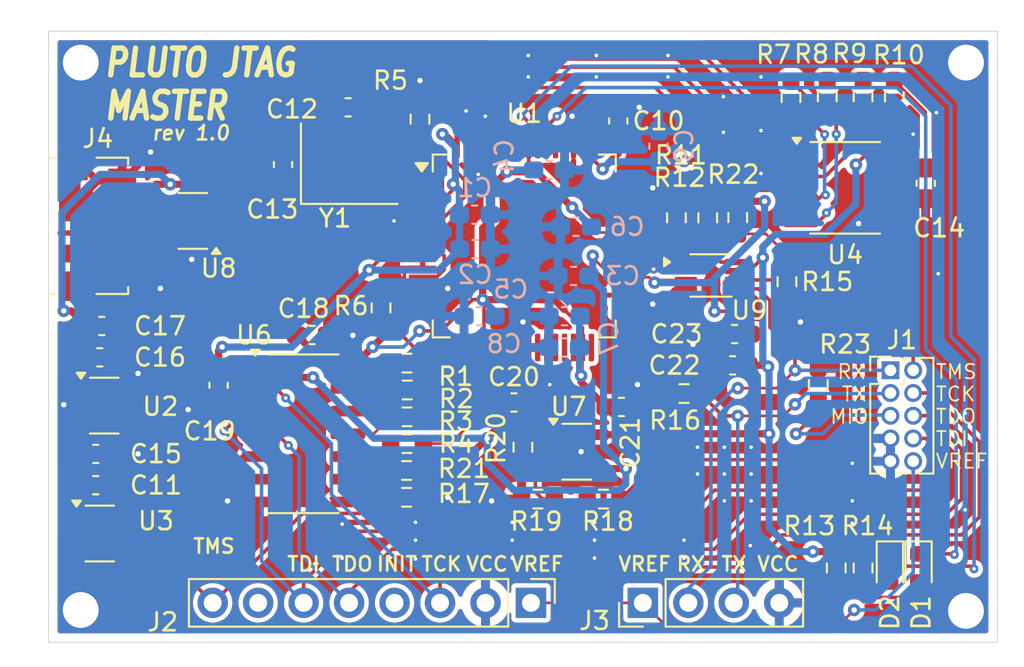
<source format=kicad_pcb>
(kicad_pcb (version 20240108) (generator "pcbnew") (generator_version "8.0")
  (layers (0 "F.Cu" signal "Front") (31 "B.Cu" signal "Back") (34 "B.Paste" user) (35 "F.Paste" user) (36 "B.SilkS" user "B.Silkscreen") (37 "F.SilkS" user "F.Silkscreen") (38 "B.Mask" user) (39 "F.Mask" user) (44 "Edge.Cuts" user))
  (net 0 "")
  (net 1 "+1V8")
  (net 2 "GND")
  (net 3 "+3.3V")
  (net 4 "Net-(U1-OSCO)")
  (net 5 "Net-(U1-OSCI)")
  (net 6 "/USB_VBUS")
  (net 7 "RXLED")
  (net 8 "Net-(D1-A)")
  (net 9 "TXLED")
  (net 10 "Net-(D2-A)")
  (net 11 "PS_MIO05_500_QSPI0_IO3")
  (net 12 "JTAG_TCK")
  (net 13 "JTAG_TDI")
  (net 14 "VREF")
  (net 15 "UART_RX")
  (net 16 "JTAG_TDO")
  (net 17 "UART_TX")
  (net 18 "JTAG_TMS")
  (net 19 "INIT")
  (net 22 "Net-(U1-ADBUS0)")
  (net 23 "Net-(U1-ADBUS1)")
  (net 24 "Net-(U6-B1)")
  (net 25 "Net-(U1-ADBUS2)")
  (net 26 "Net-(U6-B2)")
  (net 27 "Net-(U1-ADBUS3)")
  (net 28 "Net-(U1-REF)")
  (net 29 "Net-(U1-~{RESET})")
  (net 30 "Net-(U4-DO)")
  (net 31 "Net-(U1-EEDATA)")
  (net 32 "Net-(U1-EECLK)")
  (net 33 "Net-(U1-BDBUS1)")
  (net 34 "Net-(U1-BDBUS0)")
  (net 44 "Net-(U1-EECS)")
  (net 65 "Net-(U6-B3)")
  (net 66 "Net-(U6-B4)")
  (net 69 "Net-(U7-+)")
  (net 70 "VCCO_JTAG_ON")
  (net 71 "Net-(U1-ADBUS4)")
  (net 72 "Net-(U6-OE)")
  (net 73 "/USB_TVS_P")
  (net 74 "/USB_TVS_N")
  (net 75 "/USB_P")
  (net 76 "/USB_N")
  (net 77 "Net-(U9-B2)")
  (net 78 "Net-(U9-B1)")
  (net 79 "Net-(U9-OE)")
  (net 80 "Net-(U9-A2)")
  (footprint "Resistor_SMD:R_0603_1608Metric_Pad0.98x0.95mm_HandSolder" (layer "F.Cu") (at 114.75 84.1625 90)
    (property "Reference" "R5")
    (property "Value" "12K")
  )
  (footprint "Resistor_SMD:R_0603_1608Metric_Pad0.98x0.95mm_HandSolder" (layer "F.Cu") (at 132.5 89.6625 -90)
    (property "Reference" "R22")
    (property "Value" "0" (hide yes))
  )
  (footprint "Resistor_SMD:R_0603_1608Metric_Pad0.98x0.95mm_HandSolder" (layer "F.Cu") (at 125 105.4)
    (property "Reference" "R18")
    (property "Value" "2K")
  )
  (footprint "Capacitor_SMD:C_0603_1608Metric_Pad1.08x0.95mm_HandSolder" (layer "F.Cu") (at 96.6375 102.875)
    (property "Reference" "C15")
    (property "Value" "100n" (hide yes))
  )
  (footprint "Capacitor_SMD:C_0603_1608Metric_Pad1.08x0.95mm_HandSolder" (layer "F.Cu") (at 96.975 95.725)
    (property "Reference" "C17")
    (property "Value" "100n" (hide yes))
  )
  (footprint "Resistor_SMD:R_0603_1608Metric_Pad0.98x0.95mm_HandSolder" (layer "F.Cu") (at 135.25 93.25 -90)
    (property "Reference" "R15")
    (property "Value" "10K" (hide yes))
  )
  (footprint "Capacitor_SMD:C_0603_1608Metric_Pad1.08x0.95mm_HandSolder" (layer "F.Cu") (at 107.1 86.7 -90)
    (property "Reference" "C13")
    (property "Value" "27p" (hide yes))
  )
  (footprint "Capacitor_SMD:C_0603_1608Metric_Pad1.08x0.95mm_HandSolder" (layer "F.Cu") (at 125.825 84.2625 90)
    (property "Reference" "C10")
    (property "Value" "4u7" (hide yes))
  )
  (footprint "Resistor_SMD:R_0603_1608Metric_Pad0.98x0.95mm_HandSolder" (layer "F.Cu") (at 120.5 102.5 -90)
    (property "Reference" "R20")
    (property "Value" "0")
  )
  (footprint "Resistor_SMD:R_0603_1608Metric_Pad0.98x0.95mm_HandSolder" (layer "F.Cu") (at 114.025 100.8 180)
    (property "Reference" "R3")
    (property "Value" "0" (hide yes))
  )
  (footprint "Resistor_SMD:R_0603_1608Metric_Pad0.98x0.95mm_HandSolder" (layer "F.Cu") (at 129.5 99.5)
    (property "Reference" "R16")
    (property "Value" "33" (hide yes))
  )
  (footprint "Connector_USB:USB_Micro-B_Molex_47346-0001" (layer "F.Cu") (at 96.7375 90.125 -90)
    (property "Reference" "J4")
    (property "Value" "USB_B_Micro")
  )
  (footprint "Resistor_SMD:R_0603_1608Metric_Pad0.98x0.95mm_HandSolder" (layer "F.Cu") (at 135.475 82.95 90)
    (property "Reference" "R7")
    (property "Value" "2K2" (hide yes))
  )
  (footprint "Resistor_SMD:R_0603_1608Metric_Pad0.98x0.95mm_HandSolder" (layer "F.Cu") (at 137 99 -90)
    (property "Reference" "R23")
    (property "Value" "0" (hide yes))
  )
  (footprint "Resistor_SMD:R_0603_1608Metric_Pad0.98x0.95mm_HandSolder" (layer "F.Cu") (at 114 103.8)
    (property "Reference" "R21")
    (property "Value" "0" (hide yes))
  )
  (footprint "Resistor_SMD:R_0603_1608Metric_Pad0.98x0.95mm_HandSolder" (layer "F.Cu") (at 139.5 82.9125 90)
    (property "Reference" "R9")
    (property "Value" "10K" (hide yes))
  )
  (footprint "Package_SO:SOIC-14_3.9x8.7mm_P1.27mm" (layer "F.Cu") (at 108.25 101.75)
    (property "Reference" "U6")
    (property "Value" "TXB0104D")
  )
  (footprint "Resistor_SMD:R_0603_1608Metric_Pad0.98x0.95mm_HandSolder" (layer "F.Cu") (at 130.825 89.675 -90)
    (property "Reference" "R12")
    (property "Value" "0" (hide yes))
  )
  (footprint "Resistor_SMD:R_0603_1608Metric_Pad0.98x0.95mm_HandSolder" (layer "F.Cu") (at 114.025 97.8)
    (property "Reference" "R1")
    (property "Value" "0" (hide yes))
  )
  (footprint "Resistor_SMD:R_0603_1608Metric_Pad0.98x0.95mm_HandSolder" (layer "F.Cu") (at 114.0375 99.3)
    (property "Reference" "R2")
    (property "Value" "0" (hide yes))
  )
  (footprint "Resistor_SMD:R_0603_1608Metric_Pad0.98x0.95mm_HandSolder" (layer "F.Cu") (at 114 105.3)
    (property "Reference" "R17")
    (property "Value" "10K" (hide yes))
  )
  (footprint "Resistor_SMD:R_0603_1608Metric_Pad0.98x0.95mm_HandSolder" (layer "F.Cu") (at 137.5 82.9125 90)
    (property "Reference" "R8")
    (property "Value" "10K" (hide yes))
  )
  (footprint "Resistor_SMD:R_0603_1608Metric_Pad0.98x0.95mm_HandSolder" (layer "F.Cu") (at 129.075 89.675 -90)
    (property "Reference" "R11")
    (property "Value" "0")
  )
  (footprint "Package_TO_SOT_SMD:SOT-23-5" (layer "F.Cu") (at 123.5 102.75)
    (property "Reference" "U7")
    (property "Value" "TLV7031DBV")
  )
  (footprint "Resistor_SMD:R_0603_1608Metric_Pad0.98x0.95mm_HandSolder" (layer "F.Cu") (at 138 109.25 -90)
    (property "Reference" "R13")
    (property "Value" "220")
  )
  (footprint "Package_TO_SOT_SMD:SOT-23-6" (layer "F.Cu") (at 102.0625 89.85 180)
    (property "Reference" "U8")
    (property "Value" "WE-TVS-82400102")
  )
  (footprint "LED_SMD:LED_0603_1608Metric" (layer "F.Cu") (at 141 109.25 -90)
    (property "Reference" "D2")
    (property "Value" "LTST-C190KGKT" (hide yes))
  )
  (footprint "Capacitor_SMD:C_0603_1608Metric_Pad1.08x0.95mm_HandSolder" (layer "F.Cu") (at 132.325 96.175 180)
    (property "Reference" "C23")
    (property "Value" "100n" (hide yes))
  )
  (footprint "Capacitor_SMD:C_0603_1608Metric_Pad1.08x0.95mm_HandSolder" (layer "F.Cu") (at 120 100)
    (property "Reference" "C20")
    (property "Value" "100n")
  )
  (footprint "Capacitor_SMD:C_0603_1608Metric_Pad1.08x0.95mm_HandSolder" (layer "F.Cu") (at 143 87.75 -90)
    (property "Reference" "C14")
    (property "Value" "100n" (hide yes))
  )
  (footprint "Resistor_SMD:R_0603_1608Metric_Pad0.98x0.95mm_HandSolder" (layer "F.Cu") (at 114.025 102.3 180)
    (property "Reference" "R4")
    (property "Value" "0" (hide yes))
  )
  (footprint "Capacitor_SMD:C_0603_1608Metric_Pad1.08x0.95mm_HandSolder" (layer "F.Cu") (at 132.2125 97.925 180)
    (property "Reference" "C22")
    (property "Value" "100n" (hide yes))
  )
  (footprint "Crystal:Crystal_SMD_3225-4Pin_3.2x2.5mm_HandSoldering" (layer "F.Cu") (at 110.8 86.65)
    (property "Reference" "Y1")
    (property "Value" "7M-12.000MAAJ-T")
  )
  (footprint "Package_TO_SOT_SMD:SOT-23-5" (layer "F.Cu") (at 96.8625 107.325)
    (property "Reference" "U3")
    (property "Value" "AP2112K-1.8" (hide yes))
  )
  (footprint "Package_QFP:LQFP-64_10x10mm_P0.5mm" (layer "F.Cu") (at 120.575 91.25)
    (property "Reference" "U1")
    (property "Value" "FT2232HL")
  )
  (footprint "Connector_PinHeader_2.54mm:PinHeader_1x08_P2.54mm_Vertical" (layer "F.Cu") (at 120.95 111.2 -90)
    (property "Reference" "J2")
    (property "Value" "Conn_01x08")
  )
  (footprint "Capacitor_SMD:C_0603_1608Metric_Pad1.08x0.95mm_HandSolder" (layer "F.Cu") (at 110.7375 83.5)
    (property "Reference" "C12")
    (property "Value" "27p" (hide yes))
  )
  (footprint "Package_SO:VSSOP-8_2.3x2mm_P0.5mm" (layer "F.Cu") (at 131 92.9)
    (property "Reference" "U9")
    (property "Value" "TXB0102DCU")
  )
  (footprint "LED_SMD:LED_0603_1608Metric" (layer "F.Cu") (at 142.6 109.25 -90)
    (property "Reference" "D1")
    (property "Value" "LTST-C190KSKT" (hide yes))
  )
  (footprint "Capacitor_SMD:C_0603_1608Metric_Pad1.08x0.95mm_HandSolder" (layer "F.Cu") (at 96.6375 104.625 180)
    (property "Reference" "C11")
    (property "Value" "100n" (hide yes))
  )
  (footprint "Package_TO_SOT_SMD:SOT-23-5" (layer "F.Cu") (at 97.1125 100.175)
    (property "Reference" "U2")
    (property "Value" "AP2112K-3.3" (hide yes))
  )
  (footprint "Resistor_SMD:R_0603_1608Metric_Pad0.98x0.95mm_HandSolder" (layer "F.Cu") (at 141.25 82.9125 90)
    (property "Reference" "R10")
    (property "Value" "10K" (hide yes))
  )
  (footprint "Connector_PinHeader_2.54mm:PinHeader_1x04_P2.54mm_Vertical" (layer "F.Cu") (at 127.2 111.2 90)
    (property "Reference" "J3")
    (property "Value" "Conn_01x04")
  )
  (footprint "Package_SO:SOIC-8_3.9x4.9mm_P1.27mm" (layer "F.Cu") (at 138.5 88)
    (property "Reference" "U4")
    (property "Value" "93LC46B")
  )
  (footprint "Resistor_SMD:R_0603_1608Metric_Pad0.98x0.95mm_HandSolder" (layer "F.Cu") (at 139.5 109.25 -90)
    (property "Reference" "R14")
    (property "Value" "220")
  )
  (footprint "Resistor_SMD:R_0603_1608Metric_Pad0.98x0.95mm_HandSolder" (layer "F.Cu") (at 112.575 94.7125 -90)
    (property "Reference" "R6")
    (property "Value" "12K" (hide yes))
  )
  (footprint "Capacitor_SMD:C_0603_1608Metric_Pad1.08x0.95mm_HandSolder" (layer "F.Cu") (at 103.5 99.0375 -90)
    (property "Reference" "C19")
    (property "Value" "100n" (hide yes))
  )
  (footprint "Capacitor_SMD:C_0603_1608Metric_Pad1.08x0.95mm_HandSolder" (layer "F.Cu") (at 96.8625 97.475 180)
    (property "Reference" "C16")
    (property "Value" "100n" (hide yes))
  )
  (footprint "Connector_PinHeader_1.27mm:PinHeader_2x05_P1.27mm_Vertical" (layer "F.Cu") (at 141.03 98.2)
    (property "Reference" "J1")
    (property "Value" "JTAG_UART_PLUTO" (hide yes))
  )
  (footprint "Capacitor_SMD:C_0603_1608Metric_Pad1.08x0.95mm_HandSolder" (layer "F.Cu") (at 126 100.25)
    (property "Reference" "C21")
    (property "Value" "100n" (hide yes))
  )
  (footprint "Resistor_SMD:R_0603_1608Metric_Pad0.98x0.95mm_HandSolder" (layer "F.Cu") (at 121.3375 105.4 180)
    (property "Reference" "R19")
    (property "Value" "1K" (hide yes))
  )
  (footprint "Capacitor_SMD:C_0603_1608Metric_Pad1.08x0.95mm_HandSolder" (layer "F.Cu") (at 108.725 96.23)
    (property "Reference" "C18")
    (property "Value" "100n" (hide yes))
  )
  (footprint "Capacitor_SMD:C_0603_1608Metric_Pad1.08x0.95mm_HandSolder" (layer "B.Cu") (at 123.4625 90.175 180)
    (property "Reference" "C6")
    (property "Value" "100n")
  )
  (footprint "Capacitor_SMD:C_0603_1608Metric_Pad1.08x0.95mm_HandSolder" (layer "B.Cu") (at 123.325 92.925 180)
    (property "Reference" "C3")
    (property "Value" "100n")
  )
  (footprint "Capacitor_SMD:C_0603_1608Metric_Pad1.08x0.95mm_HandSolder" (layer "B.Cu") (at 117.825 91.425)
    (property "Reference" "C2")
    (property "Value" "100n")
  )
  (footprint "Capacitor_SMD:C_0603_1608Metric_Pad1.08x0.95mm_HandSolder" (layer "B.Cu") (at 118.075 95.175 180)
    (property "Reference" "C5")
    (property "Value" "100n")
  )
  (footprint "Capacitor_SMD:C_0603_1608Metric_Pad1.08x0.95mm_HandSolder" (layer "B.Cu") (at 128.075 85.675 90)
    (property "Reference" "C9")
    (property "Value" "4u7")
  )
  (footprint "Capacitor_SMD:C_0603_1608Metric_Pad1.08x0.95mm_HandSolder" (layer "B.Cu") (at 117.8125 89.5)
    (property "Reference" "C1")
    (property "Value" "100n")
  )
  (footprint "Capacitor_SMD:C_0603_1608Metric_Pad1.08x0.95mm_HandSolder" (layer "B.Cu") (at 121.9625 87)
    (property "Reference" "C4")
    (property "Value" "100n")
  )
  (footprint "Capacitor_SMD:C_0603_1608Metric_Pad1.08x0.95mm_HandSolder" (layer "B.Cu") (at 122.825 95.175 180)
    (property "Reference" "C8")
    (property "Value" "4u7" (hide yes))
  )
  (footprint "Capacitor_SMD:C_0603_1608Metric_Pad1.08x0.95mm_HandSolder" (layer "B.Cu") (at 122.8 96.925 180)
    (property "Reference" "C7")
    (property "Value" "100n" (hide yes))
  )
  (gr_line (start 147 79.25) (end 94 79.25) (stroke (width 0.05)) (layer "Edge.Cuts"))
  (gr_line (start 94 79.25) (end 94 113.4) (stroke (width 0.05)) (layer "Edge.Cuts"))
  (gr_line (start 147 113.4) (end 147 79.25) (stroke (width 0.05)) (layer "Edge.Cuts"))
  (gr_line (start 94 113.4) (end 147 113.4) (stroke (width 0.05)) (layer "Edge.Cuts"))
  (gr_text "TDO" (at 143.5 101.25 0) (layer "F.SilkS") (effects (font (size 0.8 0.8) (thickness 0.1) (bold yes)) (justify left bottom)))
  (gr_text "MIO" (at 137.6 101.25 0) (layer "F.SilkS") (effects (font (size 0.8 0.8) (thickness 0.1) (bold yes)) (justify left bottom)))
  (gr_text "TX" (at 138.25 100 0) (layer "F.SilkS") (effects (font (size 0.8 0.8) (thickness 0.1) (bold yes)) (justify left bottom)))
  (gr_text "TX" (at 131.5 109.5 0) (layer "F.SilkS") (effects (font (size 0.8 0.8) (thickness 0.15) (bold yes)) (justify left bottom)))
  (gr_text "TCK" (at 143.5 100 0) (layer "F.SilkS") (effects (font (size 0.8 0.8) (thickness 0.1) (bold yes)) (justify left bottom)))
  (gr_text "VREF" (at 119.75 109.5 0) (layer "F.SilkS") (effects (font (size 0.8 0.8) (thickness 0.15) (bold yes)) (justify left bottom)))
  (gr_text "VREF" (at 143.5 103.75 0) (layer "F.SilkS") (effects (font (size 0.8 0.8) (thickness 0.1) (bold yes)) (justify left bottom)))
  (gr_text "RX" (at 138 98.75 0) (layer "F.SilkS") (effects (font (size 0.8 0.8) (thickness 0.1) (bold yes)) (justify left bottom)))
  (gr_text "TDO" (at 109.75 109.5 0) (layer "F.SilkS") (effects (font (size 0.8 0.8) (thickness 0.15) (bold yes)) (justify left bottom)))
  (gr_text "TMS" (at 143.5 98.75 0) (layer "F.SilkS") (effects (font (size 0.8 0.8) (thickness 0.1) (bold yes)) (justify left bottom)))
  (gr_text "PLUTO JTAG \nMASTER" (at 97 84.3 0) (layer "F.SilkS") (effects (font (size 1.5 1.2) (thickness 0.3) (bold yes) (italic yes)) (justify left bottom)))
  (gr_text "TCK" (at 114.75 109.5 0) (layer "F.SilkS") (effects (font (size 0.8 0.8) (thickness 0.15) (bold yes)) (justify left bottom)))
  (gr_text "VREF" (at 125.75 109.5 0) (layer "F.SilkS") (effects (font (size 0.8 0.8) (thickness 0.15) (bold yes)) (justify left bottom)))
  (gr_text "TDI" (at 143.5 102.5 0) (layer "F.SilkS") (effects (font (size 0.8 0.8) (thickness 0.1) (bold yes)) (justify left bottom)))
  (gr_text "rev 1.0" (at 99.7 85.4 0) (layer "F.SilkS") (effects (font (size 0.8 0.8) (thickness 0.15) (bold yes) (italic yes)) (justify left bottom)))
  (gr_text "TDI" (at 107.25 109.5 0) (layer "F.SilkS") (effects (font (size 0.8 0.8) (thickness 0.15) (bold yes)) (justify left bottom)))
  (gr_text "RX" (at 129 109.5 0) (layer "F.SilkS") (effects (font (size 0.8 0.8) (thickness 0.15) (bold yes)) (justify left bottom)))
  (gr_text "INIT" (at 112.25 109.5 0) (layer "F.SilkS") (effects (font (size 0.8 0.8) (thickness 0.15) (bold yes)) (justify left bottom)))
  (gr_text "TMS" (at 102 108.5 0) (layer "F.SilkS") (effects (font (size 0.8 0.8) (thickness 0.15) (bold yes)) (justify left bottom)))
  (gr_text "VCC" (at 117.25 109.5 0) (layer "F.SilkS") (effects (font (size 0.8 0.8) (thickness 0.15) (bold yes)) (justify left bottom)))
  (gr_text "VCC" (at 133.5 109.5 0) (layer "F.SilkS") (effects (font (size 0.8 0.8) (thickness 0.15) (bold yes)) (justify left bottom)))
  (segment (start 125.825 85.125) (end 125.825 86.075) (width 0.4) (layer "F.Cu") (net 1))
  (segment (start 124.325 86.325) (end 124.325 85.575) (width 0.2) (layer "F.Cu") (net 1))
  (segment (start 105.72 97.885) (end 105.775 97.94) (width 0.2) (layer "F.Cu") (net 1))
  (segment (start 124.4 91.8) (end 124.4 91.9) (width 0.15) (layer "F.Cu") (net 1))
  (segment (start 114.9 89) (end 115.694974 89) (width 0.2) (layer "F.Cu") (net 1))
  (segment (start 105.775 97.94) (end 103.735 97.94) (width 0.15) (layer "F.Cu") (net 1))
  (segment (start 123.825 85.575) (end 124.325 85.575) (width 0.2) (layer "F.Cu") (net 1))
  (segment (start 115.674999 93) (end 116.1 92.574999) (width 0.2) (layer "F.Cu") (net 1))
  (segment (start 130.25 86.5) (end 132.5 88.75) (width 0.4) (layer "F.Cu") (net 1))
  (segment (start 116.25 85) (end 116.825 85.575) (width 0.2) (layer "F.Cu") (net 1))
  (segment (start 116.1 91.8) (end 115.8 91.5) (width 0.2) (layer "F.Cu") (net 1))
  (segment (start 132.75 88.5) (end 132.5 88.75) (width 0.15) (layer "F.Cu") (net 1))
  (segment (start 126.25 103.7) (end 124.6375 103.7) (width 0.4) (layer "F.Cu") (net 1))
  (segment (start 100.1 103.6) (end 100.1 100.5) (width 0.4) (layer "F.Cu") (net 1))
  (segment (start 127.275 93) (end 126.25 93) (width 0.2) (layer "F.Cu") (net 1))
  (segment (start 106.39 97.94) (end 105.775 97.94) (width 0.4) (layer "F.Cu") (net 1))
  (segment (start 103.5 98.175) (end 103.5 97.1) (width 0.4) (layer "F.Cu") (net 1))
  (segment (start 113 91.5) (end 114.9 91.5) (width 0.2) (layer "F.Cu") (net 1))
  (segment (start 131.2 94.9) (end 131.9125 94.9) (width 0.2) (layer "F.Cu") (net 1))
  (segment (start 116.7 103.8) (end 118.5 102) (width 0.4) (layer "F.Cu") (net 1))
  (segment (start 127.85 93.3) (end 127.975 93.175) (width 0.2) (layer "F.Cu") (net 1))
  (segment (start 114.9125 103.8) (end 116.7 103.8) (width 0.4) (layer "F.Cu") (net 1))
  (segment (start 103.5 97.1) (end 103.7 96.9) (width 0.4) (layer "F.Cu") (net 1))
  (segment (start 115.8 91.5) (end 114.9 91.5) (width 0.2) (layer "F.Cu") (net 1))
  (segment (start 127.55 93) (end 127.275 93) (width 0.15) (layer "F.Cu") (net 1))
  (segment (start 108.775 98.6) (end 107.05 98.6) (width 0.4) (layer "F.Cu") (net 1))
  (segment (start 99.075 104.625) (end 100.1 103.6) (width 0.4) (layer "F.Cu") (net 1))
  (segment (start 97.5 104.625) (end 97.5 105.875) (width 0.4) (layer "F.Cu") (net 1))
  (segment (start 102.425 98.175) (end 103.5 98.175) (width 0.4) (layer "F.Cu") (net 1))
  (segment (start 127.85 93.3) (end 127.55 93) (width 0.15) (layer "F.Cu") (net 1))
  (segment (start 125.5 93) (end 126.25 93) (width 0.15) (layer "F.Cu") (net 1))
  (segment (start 114.9 93) (end 115.674999 93) (width 0.2) (layer "F.Cu") (net 1))
  (segment (start 103.735 97.94) (end 103.5 98.175) (width 0.15) (layer "F.Cu") (net 1))
  (segment (start 116 85) (end 116.25 85) (width 0.2) (layer "F.Cu") (net 1))
  (segment (start 131.9125 94.9) (end 133.1875 96.175) (width 0.2) (layer "F.Cu") (net 1))
  (segment (start 127.975 93.175) (end 129.1 93.175) (width 0.2) (layer "F.Cu") (net 1))
  (segment (start 119.1375 100) (end 119.1375 101.3625) (width 0.4) (layer "F.Cu") (net 1))
  (segment (start 124.4 91.9) (end 125.5 93) (width 0.15) (layer "F.Cu") (net 1))
  (segment (start 97.5 105.875) (end 98 106.375) (width 0.4) (layer "F.Cu") (net 1))
  (segment (start 100.1 100.5) (end 102.425 98.175) (width 0.4) (layer "F.Cu") (net 1))
  (segment (start 115.694974 89) (end 116.6 88.094974) (width 0.2) (layer "F.Cu") (net 1))
  (segment (start 124.95 86.95) (end 124.325 86.325) (width 0.2) (layer "F.Cu") (net 1))
  (segment (start 111.9 92.6) (end 113 91.5) (width 0.2) (layer "F.Cu") (net 1))
  (segment (start 125.825 86.075) (end 124.95 86.95) (width 0.4) (layer "F.Cu") (net 1))
  (segment (start 116.1 92.574999) (end 116.1 91.8) (width 0.2) (layer "F.Cu") (net 1))
  (segment (start 125.1 87.1) (end 124.95 86.95) (width 0.2) (layer "F.Cu") (net 1))
  (segment (start 134 88.75) (end 132.5 88.75) (width 0.4) (layer "F.Cu") (net 1))
  (segment (start 116.6 88.094974) (end 116.6 87.8) (width 0.2) (layer "F.Cu") (net 1))
  (segment (start 119.1375 101.3625) (end 118.5 102) (width 0.4) (layer "F.Cu") (net 1))
  (segment (start 107.05 98.6) (end 106.39 97.94) (width 0.4) (layer "F.Cu") (net 1))
  (segment (start 97.5 104.625) (end 99.075 104.625) (width 0.4) (layer "F.Cu") (net 1))
  (segment (start 129.5 86.5) (end 130.25 86.5) (width 0.4) (layer "F.Cu") (net 1))
  (via (at 108.775 98.6) (size 0.7) (drill 0.3) (layers "F.Cu" "B.Cu") (net 1))
  (via (at 116 85) (size 0.7) (drill 0.3) (layers "F.Cu" "B.Cu") (net 1))
  (via (at 111.9 92.6) (size 0.7) (drill 0.3) (layers "F.Cu" "B.Cu") (net 1))
  (via (at 134 88.75) (size 0.7) (drill 0.3) (layers "F.Cu" "B.Cu") (net 1))
  (via (at 116.6 87.8) (size 0.7) (drill 0.3) (layers "F.Cu" "B.Cu") (net 1))
  (via (at 126.25 103.7) (size 0.7) (drill 0.3) (layers "F.Cu" "B.Cu") (net 1))
  (via (at 124.95 86.95) (size 0.7) (drill 0.3) (layers "F.Cu" "B.Cu") (net 1))
  (via (at 124.4 91.8) (size 0.7) (drill 0.3) (layers "F.Cu" "B.Cu") (net 1))
  (via (at 118.5 102) (size 0.7) (drill 0.3) (layers "F.Cu" "B.Cu") (net 1))
  (via (at 129.5 86.5) (size 0.7) (drill 0.3) (layers "F.Cu" "B.Cu") (net 1))
  (via (at 103.7 96.9) (size 0.7) (drill 0.3) (layers "F.Cu" "B.Cu") (net 1))
  (via (at 131.2 94.9) (size 0.7) (drill 0.3) (layers "F.Cu" "B.Cu") (net 1))
  (via (at 127.85 93.3) (size 0.7) (drill 0.3) (layers "F.Cu" "B.Cu") (net 1))
  (segment (start 116.9625 91.425) (end 116.9625 88.9375) (width 0.4) (layer "B.Cu") (net 1))
  (segment (start 116.95 88.15) (end 116.6 87.8) (width 0.4) (layer "B.Cu") (net 1))
  (segment (start 116.9625 91.5125) (end 116.9625 91.425) (width 0.2) (layer "B.Cu") (net 1))
  (segment (start 124.4 91.8) (end 124.4 92.7125) (width 0.4) (layer "B.Cu") (net 1))
  (segment (start 124.4 92.7125) (end 124.1875 92.925) (width 0.4) (layer "B.Cu") (net 1))
  (segment (start 112.175 102) (end 118.5 102) (width 0.4) (layer "B.Cu") (net 1))
  (segment (start 116.95 88.925) (end 116.95 88.15) (width 0.4) (layer "B.Cu") (net 1))
  (segment (start 125 102.45) (end 126.25 103.7) (width 0.4) (layer "B.Cu") (net 1))
  (segment (start 103.7 96.9) (end 107.6 96.9) (width 0.4) (layer "B.Cu") (net 1))
  (segment (start 116 85) (end 116.725 85.725) (width 0.4) (layer "B.Cu") (net 1))
  (segment (start 118.5 103.4) (end 118.5 102) (width 0.4) (layer "B.Cu") (net 1))
  (segment (start 115.8 92.6) (end 116.9625 91.4375) (width 0.4) (layer "B.Cu") (net 1))
  (segment (start 125.3625 86.5375) (end 124.95 86.95) (width 0.4) (layer "B.Cu") (net 1))
  (segment (start 111.9 92.6) (end 115.8 92.6) (width 0.4) (layer "B.Cu") (net 1))
  (segment (start 131.2 93.05) (end 134 90.25) (width 0.4) (layer "B.Cu") (net 1))
  (segment (start 129.4625 86.5375) (end 128.075 86.5375) (width 0.4) (layer "B.Cu") (net 1))
  (segment (start 128.0375 86.5) (end 128.075 86.5375) (width 0.2) (layer "B.Cu") (net 1))
  (segment (start 116.725 85.725) (end 116.725 87.675) (width 0.4) (layer "B.Cu") (net 1))
  (segment (start 127.85 93.3) (end 130.95 93.3) (width 0.4) (layer "B.Cu") (net 1))
  (segment (start 107.6 96.9) (end 111.9 92.6) (width 0.4) (layer "B.Cu") (net 1))
  (segment (start 125 93.7375) (end 125 102.45) (width 0.4) (layer "B.Cu") (net 1))
  (segment (start 125.9 104.9) (end 120 104.9) (width 0.4) (layer "B.Cu") (net 1))
  (segment (start 116.9625 88.9375) (end 116.95 88.925) (width 0.4) (layer "B.Cu") (net 1))
  (segment (start 108.775 98.6) (end 112.175 102) (width 0.4) (layer "B.Cu") (net 1))
  (segment (start 116.9625 91.4375) (end 116.9625 91.425) (width 0.4) (layer "B.Cu") (net 1))
  (segment (start 126.25 104.55) (end 125.9 104.9) (width 0.4) (layer "B.Cu") (net 1))
  (segment (start 116.725 87.675) (end 116.6 87.8) (width 0.4) (layer "B.Cu") (net 1))
  (segment (start 129.5 86.5) (end 129.4625 86.5375) (width 0.4) (layer "B.Cu") (net 1))
  (segment (start 126.25 103.7) (end 126.25 104.55) (width 0.4) (layer "B.Cu") (net 1))
  (segment (start 124.1875 92.925) (end 125 93.7375) (width 0.4) (layer "B.Cu") (net 1))
  (segment (start 116.9625 91.0375) (end 116.95 91.025) (width 0.2) (layer "B.Cu") (net 1))
  (segment (start 134 90.25) (end 134 88.75) (width 0.4) (layer "B.Cu") (net 1))
  (segment (start 120 104.9) (end 118.5 103.4) (width 0.4) (layer "B.Cu") (net 1))
  (segment (start 130.95 93.3) (end 131.2 93.05) (width 0.4) (layer "B.Cu") (net 1))
  (segment (start 131.2 94.9) (end 131.2 93.05) (width 0.4) (layer "B.Cu") (net 1))
  (segment (start 116.9625 91.425) (end 116.9625 91.0375) (width 0.2) (layer "B.Cu") (net 1))
  (segment (start 128.075 86.5375) (end 125.3625 86.5375) (width 0.4) (layer "B.Cu") (net 1))
  (segment (start 103.2 89.85) (end 102.537501 89.85) (width 0.4) (layer "F.Cu") (net 2))
  (segment (start 126.25 88) (end 127.75 88) (width 0.2) (layer "F.Cu") (net 2))
  (segment (start 109.35 85.5) (end 109.75 85.5) (width 0.4) (layer "F.Cu") (net 2))
  (segment (start 98.1 87.625) (end 98.1125 87.6375) (width 0.4) (layer "F.Cu") (net 2))
  (segment (start 95.5375 86.75) (end 95.875 86.75) (width 0.4) (layer "F.Cu") (net 2))
  (segment (start 102 90.387501) (end 102 92) (width 0.4) (layer "F.Cu") (net 2))
  (segment (start 137 98.0875) (end 137 96.5) (width 0.2) (layer "F.Cu") (net 2))
  (segment (start 96 97.475) (end 96.9 98.375) (width 0.4) (layer "F.Cu") (net 2))
  (segment (start 116.3 93.625) (end 116.3 93.801344) (width 0.15) (layer "F.Cu") (net 2))
  (segment (start 94.925 107.325) (end 95.725 107.325) (width 0.4) (layer "F.Cu") (net 2))
  (segment (start 114.163302 93.5) (end 114.9 93.5) (width 0.2) (layer "F.Cu") (net 2))
  (segment (start 121 100) (end 122 99) (width 0.2) (layer "F.Cu") (net 2))
  (segment (start 95.55 91.675) (end 96.75 92.875) (width 0.4) (layer "F.Cu") (net 2))
  (segment (start 103.5 99.9) (end 103.5 100.3) (width 0.15) (layer "F.Cu") (net 2))
  (segment (start 97.85 92.875) (end 98.1125 92.6125) (width 0.4) (layer "F.Cu") (net 2))
  (segment (start 140.88 90) (end 140.975 89.905) (width 0.2) (layer "F.Cu") (net 2))
  (segment (start 96.9 98.375) (end 99 98.375) (width 0.4) (layer "F.Cu") (net 2))
  (segment (start 126.8625 100.25) (end 126.8625 99.0375) (width 0.2) (layer "F.Cu") (net 2))
  (segment (start 131.4625 96.175) (end 130.8875 96.75) (width 0.15) (layer "F.Cu") (net 2))
  (segment (start 109.0125 85.8375) (end 109.35 85.5) (width 0.6) (layer "F.Cu") (net 2))
  (segment (start 96.0875 97.475) (end 97.8375 95.725) (width 0.4) (layer "F.Cu") (net 2))
  (segment (start 102.537501 89.85) (end 102 90.387501) (width 0.4) (layer "F.Cu") (net 2))
  (segment (start 109.75 85.5) (end 112.05 87.8) (width 0.4) (layer "F.Cu") (net 2))
  (segment (start 114.9 92.5) (end 114.125001 92.5) (width 0.2) (layer "F.Cu") (net 2))
  (segment (start 130.5 96.75) (end 130 96.75) (width 0.15) (layer "F.Cu") (net 2))
  (segment (start 114.9 92) (end 114.9 92.5) (width 0.2) (layer "F.Cu") (net 2))
  (segment (start 141.7075 89.905) (end 143 88.6125) (width 0.2) (layer "F.Cu") (net 2))
  (segment (start 95.775 104.6) (end 97.5 102.875) (width 0.4) (layer "F.Cu") (net 2))
  (segment (start 120.825 96.925) (end 120.825 95.825) (width 0.15) (layer "F.Cu") (net 2))
  (segment (start 122.3625 102.75) (end 123.75 102.75) (width 0.2) (layer "F.Cu") (net 2))
  (segment (start 107.1 85.8375) (end 109.0125 85.8375) (width 0.6) (layer "F.Cu") (net 2))
  (segment (start 98.1125 92.6125) (end 98.125 92.625) (width 0.4) (layer "F.Cu") (net 2))
  (segment (start 120.825 95.825) (end 120.5 95.5) (width 0.15) (layer "F.Cu") (net 2))
  (segment (start 113.875 92.750001) (end 113.875 93.211698) (width 0.2) (layer "F.Cu") (net 2))
  (segment (start 125.825 83.4) (end 126.9 83.4) (width 0.4) (layer "F.Cu") (net 2))
  (segment (start 120.8625 100) (end 121 100) (width 0.2) (layer "F.Cu") (net 2))
  (segment (start 94.7 107.55) (end 94.925 107.325) (width 0.4) (layer "F.Cu") (net 2))
  (segment (start 110.98 96.23) (end 111 96.25) (width 0.4) (layer "F.Cu") (net 2))
  (segment (start 97.5 102.875) (end 99 102.875) (width 0.4) (layer "F.Cu") (net 2))
  (segment (start 113.65 89.5) (end 113.3 89.85) (width 0.2) (layer "F.Cu") (net 2))
  (segment (start 94.7 110.5) (end 94.7 107.55) (width 0.4) (layer "F.Cu") (net 2))
  (segment (start 130.8875 96.75) (end 130.5 96.75) (width 0.15) (layer "F.Cu") (net 2))
  (segment (start 123.325 85.575) (end 123.325 84.075) (width 0.2) (layer "F.Cu") (net 2))
  (segment (start 130 96.75) (end 130 97.5) (width 0.2) (layer "F.Cu") (net 2))
  (segment (start 126.8625 99.0375) (end 126.9 99) (width 0.2) (layer "F.Cu") (net 2))
  (segment (start 116.3 93.625) (end 116.175 93.5) (width 0.2) (layer "F.Cu") (net 2))
  (segment (start 139.25 90) (end 140.88 90) (width 0.2) (layer "F.Cu") (net 2))
  (segment (start 126.9 83.4) (end 127 83.5) (width 0.4) (layer "F.Cu") (net 2))
  (segment (start 112.05 87.8) (end 112.25 87.8) (width 0.4) (layer "F.Cu") (net 2))
  (segment (start 116.3 105.3) (end 114.9125 105.3) (width 0.4) (layer "F.Cu") (net 2))
  (segment (start 104.06 105.56) (end 104 105.5) (width 0.4) (layer "F.Cu") (net 2))
  (segment (start 95.5375 91.675) (end 95.55 91.675) (width 0.4) (layer "F.Cu") (net 2))
  (segment (start 99.7 86.05) (end 98.1125 87.6375) (width 0.4) (layer "F.Cu") (net 2))
  (segment (start 112.25 87.8) (end 112.45 87.8) (width 0.2) (layer "F.Cu") (net 2))
  (segment (start 109.5875 96.23) (end 110.98 96.23) (width 0.2) (layer "F.Cu") (net 2))
  (segment (start 99.25 92.625) (end 100.25 93.625) (width 0.4) (layer "F.Cu") (net 2))
  (segment (start 96.75 87.625) (end 98.1 87.625) (width 0.4) (layer "F.Cu") (net 2))
  (segment (start 96 97.475) (end 96.0875 97.475) (width 0.4) (layer "F.Cu") (net 2))
  (segment (start 130 97.5) (end 130.425 97.925) (width 0.2) (layer "F.Cu") (net 2))
  (segment (start 109.875 83.5) (end 109.875 84.975) (width 0.6) (layer "F.Cu") (net 2))
  (segment (start 114.9 89.5) (end 113.65 89.5) (width 0.2) (layer "F.Cu") (net 2))
  (segment (start 98.125 92.625) (end 99.25 92.625) (width 0.4) (layer "F.Cu") (net 2))
  (segment (start 115.601344 94.5) (end 114.9 94.5) (width 0.15) (layer "F.Cu") (net 2))
  (segment (start 123.325 84.075) (end 123.25 84) (width 0.4) (layer "F.Cu") (net 2))
  (segment (start 116.3 93.801344) (end 115.601344 94.5) (width 0.15) (layer "F.Cu") (net 2))
  (segment (start 112.75 87.5) (end 114.9 87.5) (width 0.2) (layer "F.Cu") (net 2))
  (segment (start 95.8 111.6) (end 94.7 110.5) (width 0.4) (layer "F.Cu") (net 2))
  (segment (start 95.975 100.175) (end 94.9 100.175) (width 0.4) (layer "F.Cu") (net 2))
  (segment (start 98.1975 91.425) (end 98.1975 92.5275) (width 0.4) (layer "F.Cu") (net 2))
  (segment (start 140.975 89.905) (end 141.7075 89.905) (width 0.2) (layer "F.Cu") (net 2))
  (segment (start 95.875 86.75) (end 96.75 87.625) (width 0.4) (layer "F.Cu") (net 2))
  (segment (start 113.875 93.211698) (end 114.163302 93.5) (width 0.2) (layer "F.Cu") (net 2))
  (segment (start 105.775 105.56) (end 104.06 105.56) (width 0.2) (layer "F.Cu") (net 2))
  (segment (start 99.7 86) (end 99.7 86.05) (width 0.4) (layer "F.Cu") (net 2))
  (segment (start 96.75 92.875) (end 97.85 92.875) (width 0.4) (layer "F.Cu") (net 2))
  (segment (start 116.175 93.5) (end 114.9 93.5) (width 0.2) (layer "F.Cu") (net 2))
  (segment (start 98.1975 92.5275) (end 98.1125 92.6125) (width 0.4) (layer "F.Cu") (net 2))
  (segment (start 96.75 92.875) (end 96.1625 92.875) (width 0.4) (layer "F.Cu") (net 2))
  (segment (start 109.875 84.975) (end 109.35 85.5) (width 0.6) (layer "F.Cu") (net 2))
  (segment (start 130.425 97.925) (end 131.35 97.925) (width 0.2) (layer "F.Cu") (net 2))
  (segment (start 96.1625 92.875) (end 95.5375 93.5) (width 0.4) (layer "F.Cu") (net 2))
  (segment (start 95.5375 88.975) (end 95.5375 88.8375) (width 0.4) (layer "F.Cu") (net 2))
  (segment (start 94.9 100.175) (end 94.85 100.125) (width 0.4) (layer "F.Cu") (net 2))
  (segment (start 114.75 83.25) (end 114.75 82) (width 0.15) (layer "F.Cu") (net 2))
  (segment (start 112.45 87.8) (end 112.75 87.5) (width 0.2) (layer "F.Cu") (net 2))
  (segment (start 114.125001 92.5) (end 113.875 92.750001) (width 0.2) (layer "F.Cu") (net 2))
  (segment (start 95.5375 88.8375) (end 96.75 87.625) (width 0.4) (layer "F.Cu") (net 2))
  (segment (start 95.775 104.625) (end 95.775 104.6) (width 0.4) (layer "F.Cu") (net 2))
  (segment (start 143.5 88.6125) (end 143.5 89) (width 0.2) (layer "F.Cu") (net 2))
  (segment (start 137 96.5) (end 136 95.5) (width 0.2) (layer "F.Cu") (net 2))
  (via (at 130.25 102.5) (size 0.5) (drill 0.2) (layers "F.Cu" "B.Cu") (net 2))
  (via (at 110.4 108.7) (size 0.5) (drill 0.2) (layers "F.Cu" "B.Cu") (net 2))
  (via (at 95.8 111.6) (size 2.5) (drill 2) (layers "F.Cu" "B.Cu") (net 2))
  (via (at 127 83.5) (size 0.7) (drill 0.3) (layers "F.Cu" "B.Cu") (net 2))
  (via (at 133.8 81.8) (size 0.5) (drill 0.2) (layers "F.Cu" "B.Cu") (net 2))
  (via (at 114.5 107.7) (size 0.5) (drill 0.2) (layers "F.Cu" "B.Cu") (net 2))
  (via (at 99.7 86) (size 0.7) (drill 0.3) (layers "F.Cu" "B.Cu") (net 2))
  (via (at 142.3 85) (size 0.5) (drill 0.2) (layers "F.Cu" "B.Cu") (net 2))
  (via (at 138.9 105.5) (size 0.5) (drill 0.2) (layers "F.Cu" "B.Cu") (net 2))
  (via (at 119.9 108.7) (size 0.5) (drill 0.2) (layers "F.Cu" "B.Cu") (net 2))
  (via (at 124.5 108.7) (size 0.5) (drill 0.2) (layers "F.Cu" "B.Cu") (net 2))
  (via (at 133.8 87.2) (size 0.5) (drill 0.2) (layers "F.Cu" "B.Cu") (net 2))
  (via (at 99 98.375) (size 0.7) (drill 0.3) (layers "F.Cu" "B.Cu") (net 2))
  (via (at 119.9 106.7) (size 0.5) (drill 0.2) (layers "F.Cu" "B.Cu") (net 2))
  (via (at 126.9 99) (size 0.7) (drill 0.3) (layers "F.Cu" "B.Cu") (net 2))
  (via (at 116.3 93.625) (size 0.7) (drill 0.3) (layers "F.Cu" "B.Cu") (net 2))
  (via (at 129.5 108.7) (size 0.5) (drill 0.2) (layers "F.Cu" "B.Cu") (net 2))
  (via (at 145.2 106) (size 0.5) (drill 0.2) (layers "F.Cu" "B.Cu") (net 2))
  (via (at 120.8 80.6) (size 0.5) (drill 0.2) (layers "F.Cu" "B.Cu") (net 2))
  (via (at 130.25 104) (size 0.5) (drill 0.2) (layers "F.Cu" "B.Cu") (net 2))
  (via (at 94.85 100.125) (size 0.7) (drill 0.3) (layers "F.Cu" "B.Cu") (net 2))
  (via (at 118.4 84) (size 0.5) (drill 0.2) (layers "F.Cu" "B.Cu") (net 2))
  (via (at 114.5 106.7) (size 0.5) (drill 0.2) (layers "F.Cu" "B.Cu") (net 2))
  (via (at 118 87.25) (size 0.5) (drill 0.2) (layers "F.Cu" "B.Cu") (net 2))
  (via (at 124.6 80.6) (size 0.5) (drill 0.2) (layers "F.Cu" "B.Cu") (net 2))
  (via (at 139.25 90) (size 0.7) (drill 0.3) (layers "F.Cu" "B.Cu") (net 2))
  (via (at 113.3 89.85) (size 0.5) (drill 0.2) (layers "F.Cu" "B.Cu") (net 2))
  (via (at 117.325 83.7) (size 0.5) (drill 0.2) (layers "F.Cu" "B.Cu") (net 2))
  (via (at 143.7 92.8) (size 0.5) (drill 0.2) (layers "F.Cu" "B.Cu") (net 2))
  (via (at 123.25 84) (size 0.7) (drill 0.3) (layers "F.Cu" "B.Cu") (net 2))
  (via (at 118.75 105.5) (size 0.7) (drill 0.3) (layers "F.Cu" "B.Cu") (net 2))
  (via (at 131.7 84.9) (size 0.5) (drill 0.2) (layers "F.Cu" "B.Cu") (net 2))
  (via (at 128.6 81.8) (size 0.5) (drill 0.2) (layers "F.Cu" "B.Cu") (net 2))
  (via (at 136 95.5) (size 0.7) (drill 0.3) (layers "F.Cu" "B.Cu") (net 2))
  (via (at 111 96.25) (size 0.7) (drill 0.3) (layers "F.Cu" "B.Cu") (net 2))
  (via (at 114.75 82) (size 0.7) (drill 0.3) (layers "F.Cu" "B.Cu") (net 2))
  (via (at 114.5 108.75) (size 0.5) (drill 0.2) (layers "F.Cu" "B.Cu") (net 2))
  (via (at 133.2 108) (size 0.5) (drill 0.2) (layers "F.Cu" "B.Cu") (net 2))
  (via (at 131.75 104) (size 0.5) (drill 0.2) (layers "F.Cu" "B.Cu") (net 2))
  (via (at 129.5 107.7) (size 0.5) (drill 0.2) (layers "F.Cu" "B.Cu") (net 2))
  (via (at 127.75 88) (size 0.7) (drill 0.3) (layers "F.Cu" "B.Cu") (net 2))
  (via (at 138.9 103.4) (size 0.5) (drill 0.2) (layers "F.Cu" "B.Cu") (net 2))
  (via (at 116.3 105.3) (size 0.7) (drill 0.3) (layers "F.Cu" "B.Cu") (net 2))
  (via (at 124.6 81.8) (size 0.5) (drill 0.2) (layers "F.Cu" "B.Cu") (net 2))
  (via (at 145.2 100.6) (size 0.5) (drill 0.2) (layers "F.Cu" "B.Cu") (net 2))
  (via (at 133.25 102.5) (size 0.5) (drill 0.2) (layers "F.Cu" "B.Cu") (net 2))
  (via (at 131.75 105.5) (size 0.5) (drill 0.2) (layers "F.Cu" "B.Cu") (net 2))
  (via (at 145.25 81) (size 2.5) (drill 2) (layers "F.Cu" "B.Cu") (net 2))
  (via (at 110.4 106.8) (size 0.5) (drill 0.2) (layers "F.Cu" "B.Cu") (net 2))
  (via (at 104 105.5) (size 0.7) (drill 0.3) (layers "F.Cu" "B.Cu") (net 2))
  (via (at 127.75 94.5) (size 0.7) (drill 0.3) (layers "F.Cu" "B.Cu") (net 2))
  (via (at 123.75 102.75) (size 0.7) (drill 0.3) (layers "F.Cu" "B.Cu") (net 2))
  (via (at 100.25 93.625) (size 0.7) (drill 0.3) (layers "F.Cu" "B.Cu") (net 2))
  (via (at 128.6 80.6) (size 0.5) (drill 0.2) (layers "F.Cu" "B.Cu") (net 2))
  (via (at 119.9 107.7) (size 0.5) (drill 0.2) (layers "F.Cu" "B.Cu") (net 2))
  (via (at 131.7 82.9) (size 0.5) (drill 0.2) (layers "F.Cu" "B.Cu") (net 2))
  (via (at 99 102.875) (size 0.7) (drill 0.3) (layers "F.Cu" "B.Cu") (net 2))
  (via (at 138.9 106.75) (size 0.5) (drill 0.2) (layers "F.Cu" "B.Cu") (net 2))
  (via (at 133.25 104) (size 0.5) (drill 0.2) (layers "F.Cu" "B.Cu") (net 2))
  (via (at 133.25 105.5) (size 0.5) (drill 0.2) (layers "F.Cu" "B.Cu") (net 2))
  (via (at 130 96.75) (size 0.7) (drill 0.3) (layers "F.Cu" "B.Cu") (net 2))
  (via (at 101.8 100.4) (size 0.7) (drill 0.3) (layers "F.Cu" "B.Cu") (net 2))
  (via (at 120.5 95.5) (size 0.7) (drill 0.3) (layers "F.Cu" "B.Cu") (net 2))
  (via (at 124.5 107.7) (size 0.5) (drill 0.2) (layers "F.Cu" "B.Cu") (net 2))
  (via (at 122 99) (size 0.5) (drill 0.2) (layers "F.Cu" "B.Cu") (net 2))
  (via (at 131.75 102.5) (size 0.5) (drill 0.2) (layers "F.Cu" "B.Cu") (net 2))
  (via (at 133.8 84.8) (size 0.5) (drill 0.2) (layers "F.Cu" "B.Cu") (net 2))
  (via (at 145.25 111.65) (size 2.5) (drill 2) (layers "F.Cu" "B.Cu") (net 2))
  (via (at 124.5 106.7) (size 0.5) (drill 0.2) (layers "F.Cu" "B.Cu") (net 2))
  (via (at 143.6 83.8) (size 0.5) (drill 0.2) (layers "F.Cu" "B.Cu") (net 2))
  (via (at 127.8 92.55) (size 0.5) (drill 0.2) (layers "F.Cu" "B.Cu") (net 2))
  (via (at 120.8 81.8) (size 0.5) (drill 0.2) (layers "F.Cu" "B.Cu") (net 2))
  (via (at 95.8 81) (size 2.5) (drill 2) (layers "F.Cu" "B.Cu") (net 2))
  (via (at 102 92) (size 0.7) (drill 0.3) (layers "F.Cu" "B.Cu") (net 2))
  (segment (start 141.25 82) (end 143 83.75) (width 0.15) (layer "F.Cu") (net 3))
  (segment (start 109.5725 97.94) (end 110.725 97.94) (width 0.4) (layer "F.Cu") (net 3))
  (segment (start 129.5 101.75) (end 128.75 101.75) (width 0.4) (layer "F.Cu") (net 3))
  (segment (start 126 105.5) (end 125.9125 105.5) (width 0.4) (layer "F.Cu") (net 3))
  (segment (start 101.525 97.475) (end 102.9 96.1) (width 0.4) (layer "F.Cu") (net 3))
  (segment (start 126.6375 101.75) (end 129.5 101.75) (width 0.4) (layer "F.Cu") (net 3))
  (segment (start 123.25 89.1) (end 123.15 89) (width 0.2) (layer "F.Cu") (net 3))
  (segment (start 118.75 87.95) (end 118.75 89.75) (width 0.4) (layer "F.Cu") (net 3))
  (segment (start 123.75 98.5) (end 123.825 98.425) (width 0.15) (layer "F.Cu") (net 3))
  (segment (start 127.25 103.25) (end 127.25 104.25) (width 0.4) (layer "F.Cu") (net 3))
  (segment (start 124.6375 101.8) (end 126.5875 101.8) (width 0.4) (layer "F.Cu") (net 3))
  (segment (start 119.6 87.1) (end 120.75 87.1) (width 0.4) (layer "F.Cu") (net 3))
  (segment (start 123.825 95.825) (end 123.825 96.925) (width 0.2) (layer "F.Cu") (net 3))
  (segment (start 140.975 86.095) (end 142.2075 86.095) (width 0.2) (layer "F.Cu") (net 3))
  (segment (start 133.15 92.65) (end 133.9 91.9) (width 0.2) (layer "F.Cu") (net 3))
  (segment (start 126.5875 101.8) (end 126.6375 101.75) (width 0.4) (layer "F.Cu") (net 3))
  (segment (start 100.25 98.75) (end 99.775 99.225) (width 0.4) (layer "F.Cu") (net 3))
  (segment (start 118.25 94.25) (end 117.675 94.25) (width 0.2) (layer "F.Cu") (net 3))
  (segment (start 120.825 87.025) (end 120.75 87.1) (width 0.2) (layer "F.Cu") (net 3))
  (segment (start 97.725 97.475) (end 101.525 97.475) (width 0.4) (layer "F.Cu") (net 3))
  (segment (start 118.75 89.75) (end 118.25 90.25) (width 0.4) (layer "F.Cu") (net 3))
  (segment (start 128.75 101.75) (end 127.25 103.25) (width 0.4) (layer "F.Cu") (net 3))
  (segment (start 121.25 87.1) (end 123.25 89.1) (width 0.4) (layer "F.Cu") (net 3))
  (segment (start 118.325 94.325) (end 118.325 96.925) (width 0.2) (layer "F.Cu") (net 3))
  (segment (start 112.575 96.425) (end 112.1 96.9) (width 0.4) (layer "F.Cu") (net 3))
  (segment (start 141.25 82) (end 137.5 82) (width 0.15) (layer "F.Cu") (net 3))
  (segment (start 123.825 98.425) (end 123.825 96.925) (width 0.15) (layer "F.Cu") (net 3))
  (segment (start 123.25 89.1) (end 124.65 90.5) (width 0.15) (layer "F.Cu") (net 3))
  (segment (start 99.775 99.225) (end 98.25 99.225) (width 0.4) (layer "F.Cu") (net 3))
  (segment (start 122.8 94.8) (end 122.25 94.25) (width 0.4) (layer "F.Cu") (net 3))
  (segment (start 102.9 96.1) (end 107.7325 96.1) (width 0.4) (layer "F.Cu") (net 3))
  (segment (start 127.25 104.25) (end 126 105.5) (width 0.4) (layer "F.Cu") (net 3))
  (segment (start 117.675 94.25) (end 117.425 94.5) (width 0.2) (layer "F.Cu") (net 3))
  (segment (start 123.75 98.8625) (end 125.1375 100.25) (width 0.4) (layer "F.Cu") (net 3))
  (segment (start 139.705 86.095) (end 140.975 86.095) (width 0.2) (layer "F.Cu") (net 3))
  (segment (start 122.8 94.8) (end 123.825 95.825) (width 0.2) (layer "F.Cu") (net 3))
  (segment (start 115.925 96) (end 114.725 96) (width 0.2) (layer "F.Cu") (net 3))
  (segment (start 112.575 95.625) (end 112.575 96.425) (width 0.4) (layer "F.Cu") (net 3))
  (segment (start 143 83.75) (end 143 86.8875) (width 0.15) (layer "F.Cu") (net 3))
  (segment (start 132.4 92.65) (end 133.15 92.65) (width 0.2) (layer "F.Cu") (net 3))
  (segment (start 133.15 98) (end 133.075 97.925) (width 0.2) (layer "F.Cu") (net 3))
  (segment (start 120.75 87.1) (end 121.25 87.1) (width 0.4) (layer "F.Cu") (net 3))
  (segment (start 107.8625 96.23) (end 109.5725 97.94) (width 0.4) (layer "F.Cu") (net 3))
  (segment (start 134.125 97.925) (end 133.075 97.925) (width 0.4) (layer "F.Cu") (net 3))
  (segment (start 107.7325 96.1) (end 107.8625 96.23) (width 0.4) (layer "F.Cu") (net 3))
  (segment (start 139.5 108.3375) (end 138 108.3375) (width 0.4) (layer "F.Cu") (net 3))
  (segment (start 134.25 101.75) (end 129.5 101.75) (width 0.4) (layer "F.Cu") (net 3))
  (segment (start 117.425 94.5) (end 115.925 96) (width 0.2) (layer "F.Cu") (net 3))
  (segment (start 142.2075 86.095) (end 143 86.8875) (width 0.2) (layer "F.Cu") (net 3))
  (segment (start 120.825 85.575) (end 120.825 87.025) (width 0.2) (layer "F.Cu") (net 3))
  (segment (start 122.25 94.25) (end 118.25 94.25) (width 0.4) (layer "F.Cu") (net 3))
  (segment (start 136.7 108.3375) (end 138 108.3375) (width 0.4) (layer "F.Cu") (net 3))
  (segment (start 100.25 97.475) (end 100.25 98.75) (width 0.4) (layer "F.Cu") (net 3))
  (segment (start 123.75 98.5) (end 123.75 98.8625) (width 0.4) (layer "F.Cu") (net 3))
  (segment (start 111.06 97.94) (end 110.725 97.94) (width 0.4) (layer "F.Cu") (net 3))
  (segment (start 119.6 87.1) (end 118.75 87.95) (width 0.4) (layer "F.Cu") (net 3))
  (segment (start 112.1 96.9) (end 111.06 97.94) (width 0.4) (layer "F.Cu") (net 3))
  (segment (start 118.25 90.25) (end 118.25 94.25) (width 0.4) (layer "F.Cu") (net 3))
  (segment (start 124.65 90.5) (end 126.25 90.5) (width 0.15) (layer "F.Cu") (net 3))
  (segment (start 125.1375 100.25) (end 126.6375 101.75) (width 0.4) (layer "F.Cu") (net 3))
  (segment (start 139.1 86.7) (end 139.705 86.095) (width 0.2) (layer "F.Cu") (net 3))
  (segment (start 118.25 94.25) (end 118.325 94.325) (width 0.2) (layer "F.Cu") (net 3))
  (segment (start 134.2 98) (end 134.125 97.925) (width 0.4) (layer "F.Cu") (net 3))
  (segment (start 125.1375 100.25) (end 125.25 100.25) (width 0.2) (layer "F.Cu") (net 3))
  (via (at 123.25 89.1) (size 0.7) (drill 0.3) (layers "F.Cu" "B.Cu") (net 3))
  (via (at 139.1 86.7) (size 0.7) (drill 0.3) (layers "F.Cu" "B.Cu") (net 3))
  (via (at 119.6 87.1) (size 0.7) (drill 0.3) (layers "F.Cu" "B.Cu") (net 3))
  (via (at 114.725 96) (size 0.7) (drill 0.3) (layers "F.Cu" "B.Cu") (net 3))
  (via (at 136.7 108.3375) (size 0.7) (drill 0.3) (layers "F.Cu" "B.Cu") (net 3))
  (via (at 123.75 98.5) (size 0.7) (drill 0.3) (layers "F.Cu" "B.Cu") (net 3))
  (via (at 134.25 101.75) (size 0.7) (drill 0.3) (layers "F.Cu" "B.Cu") (net 3))
  (via (at 118.25 94.25) (size 0.7) (drill 0.3) (layers "F.Cu" "B.Cu") (net 3))
  (via (at 133.9 91.9) (size 0.7) (drill 0.3) (layers "F.Cu" "B.Cu") (net 3))
  (via (at 134.2 98) (size 0.7) (drill 0.3) (layers "F.Cu" "B.Cu") (net 3))
  (via (at 112.1 96.9) (size 0.7) (drill 0.3) (layers "F.Cu" "B.Cu") (net 3))
  (segment (start 134.6 90.6) (end 137.4 90.6) (width 0.4) (layer "B.Cu") (net 3))
  (segment (start 121.1 87) (end 119.7 87) (width 0.4) (layer "B.Cu") (net 3))
  (segment (start 133.9 97.7) (end 134.2 98) (width 0.4) (layer "B.Cu") (net 3))
  (segment (start 118.9375 94.9375) (end 118.25 94.25) (width 0.4) (layer "B.Cu") (net 3))
  (segment (start 113.825 96.9) (end 114.725 96) (width 0.2) (layer "B.Cu") (net 3))
  (segment (start 134.2 98) (end 134.25 98.05) (width 0.4) (layer "B.Cu") (net 3))
  (segment (start 123.6625 95.2) (end 123.6875 95.175) (width 0.4) (layer "B.Cu") (net 3))
  (segment (start 133.9 91.3) (end 134.6 90.6) (width 0.4) (layer "B.Cu") (net 3))
  (segment (start 123.6625 96.925) (end 123.6625 95.2) (width 0.4) (layer "B.Cu") (net 3))
  (segment (start 123.6625 96.925) (end 123.6625 98.4125) (width 0.4) (layer "B.Cu") (net 3))
  (segment (start 112.1 96.9) (end 113.825 96.9) (width 0.2) (layer "B.Cu") (net 3))
  (segment (start 135.601104 108.3375) (end 136.7 108.3375) (width 0.4) (layer "B.Cu") (net 3))
  (segment (start 123.25 89.1) (end 124.325 90.175) (width 0.4) (layer "B.Cu") (net 3))
  (segment (start 119.7 87) (end 119.6 87.1) (width 0.4) (layer "B.Cu") (net 3))
  (segment (start 137.4 90.6) (end 139.1 88.9) (width 0.4) (layer "B.Cu") (net 3))
  (segment (start 123.6625 98.4125) (end 123.75 98.5) (width 0.4) (layer "B.Cu") (net 3))
  (segment (start 133.9 91.9) (end 133.9 97.7) (width 0.4) (layer "B.Cu") (net 3))
  (segment (start 139.1 88.9) (end 139.1 86.7) (width 0.4) (layer "B.Cu") (net 3))
  (segment (start 123.6875 96.9) (end 123.6625 96.925) (width 0.15) (layer "B.Cu") (net 3))
  (segment (start 118.9375 95.175) (end 118.9375 94.9375) (width 0.4) (layer "B.Cu") (net 3))
  (segment (start 134.25 106.986396) (end 135.601104 108.3375) (width 0.4) (layer "B.Cu") (net 3))
  (segment (start 134.25 98.05) (end 134.25 106.986396) (width 0.4) (layer "B.Cu") (net 3))
  (segment (start 133.9 91.9) (end 133.9 91.3) (width 0.4) (layer "B.Cu") (net 3))
  (segment (start 112.4 85.5) (end 113.9 87) (width 0.2) (layer "F.Cu") (net 4))
  (segment (start 113.9 87) (end 115.636698 87) (width 0.2) (layer "F.Cu") (net 4))
  (segment (start 116 87.363302) (end 116 88.2) (width 0.2) (layer "F.Cu") (net 4))
  (segment (start 112.25 85.5) (end 112.25 84.15) (width 0.6) (layer "F.Cu") (net 4))
  (segment (start 112.25 85.5) (end 112.4 85.5) (width 0.2) (layer "F.Cu") (net 4))
  (segment (start 115.636698 87) (end 116 87.363302) (width 0.2) (layer "F.Cu") (net 4))
  (segment (start 116 88.2) (end 115.7 88.5) (width 0.2) (layer "F.Cu") (net 4))
  (segment (start 112.25 84.15) (end 111.6 83.5) (width 0.6) (layer "F.Cu") (net 4))
  (segment (start 115.7 88.5) (end 114.9 88.5) (width 0.2) (layer "F.Cu") (net 4))
  (segment (start 113.7 88.425001) (end 114.125001 88) (width 0.2) (layer "F.Cu") (net 5))
  (segment (start 113.3 89.2) (end 113.7 88.8) (width 0.2) (layer "F.Cu") (net 5))
  (segment (start 109.35 87.8) (end 110.75 89.2) (width 0.2) (layer "F.Cu") (net 5))
  (segment (start 114.125001 88) (end 114.9 88) (width 0.2) (layer "F.Cu") (net 5))
  (segment (start 110.75 89.2) (end 113.3 89.2) (width 0.2) (layer "F.Cu") (net 5))
  (segment (start 107.1 87.5625) (end 109.1125 87.5625) (width 0.6) (layer "F.Cu") (net 5))
  (segment (start 109.1125 87.5625) (end 109.35 87.8) (width 0.6) (layer "F.Cu") (net 5))
  (segment (start 113.7 88.8) (end 113.7 88.425001) (width 0.2) (layer "F.Cu") (net 5))
  (segment (start 96 96.375) (end 95.725068 96.375) (width 0.4) (layer "F.Cu") (net 6))
  (segment (start 97 99.826238) (end 97 100.625) (width 0.4) (layer "F.Cu") (net 6))
  (segment (start 101.65 89.85) (end 100.925 89.85) (width 0.4) (layer "F.Cu") (net 6))
  (segment (start 94.75 97.350068) (end 94.75 98) (width 0.4) (layer "F.Cu") (net 6))
  (segment (start 98.975 88.825) (end 98.1975 88.825) (width 0.4) (layer "F.Cu") (net 6))
  (segment (start 95.975 102.675) (end 95.775 102.875) (width 0.4) (layer "F.Cu") (net 6))
  (segment (start 96.35 108.275) (end 95.725 108.275) (width 0.4) (layer "F.Cu") (net 6))
  (segment (start 102.1 89.4) (end 101.65 89.85) (width 0.4) (layer "F.Cu") (net 6))
  (segment (start 96.387499 106.375) (end 97 106.987501) (width 0.4) (layer "F.Cu") (net 6))
  (segment (start 94.85 94.875) (end 95.2625 94.875) (width 0.4) (layer "F.Cu") (net 6))
  (segment (start 100.8 87.8) (end 100 87.8) (width 0.4) (layer "F.Cu") (net 6))
  (segment (start 97 107.625) (end 96.35 108.275) (width 0.4) (layer "F.Cu") (net 6))
  (segment (start 94.8875 103.7625) (end 94.8875 105.5375) (width 0.4) (layer "F.Cu") (net 6))
  (segment (start 100.8 87.8) (end 101.5 87.8) (width 0.4) (layer "F.Cu") (net 6))
  (segment (start 97 100.625) (end 96.898762 100.625) (width 0.4) (layer "F.Cu") (net 6))
  (segment (start 96.1125 96.2625) (end 96 96.375) (width 0.4) (layer "F.Cu") (net 6))
  (segment (start 96.398762 99.225) (end 97 99.826238) (width 0.4) (layer "F.Cu") (net 6))
  (segment (start 96.1125 95.725) (end 96.1125 96.2625) (width 0.4) (layer "F.Cu") (net 6))
  (segment (start 95.725 106.375) (end 96.387499 106.375) (width 0.4) (layer "F.Cu") (net 6))
  (segment (start 102.1 88.4) (end 102.1 89.4) (width 0.4) (layer "F.Cu") (net 6))
  (segment (start 101.5 87.8) (end 102.1 88.4) (width 0.4) (layer "F.Cu") (net 6))
  (segment (start 94.75 98) (end 95.975 99.225) (width 0.4) (layer "F.Cu") (net 6))
  (segment (start 100 87.8) (end 98.975 88.825) (width 0.4) (layer "F.Cu") (net 6))
  (segment (start 94.8875 105.5375) (end 95.725 106.375) (width 0.4) (layer "F.Cu") (net 6))
  (segment (start 95.725068 96.375) (end 94.75 97.350068) (width 0.4) (layer "F.Cu") (net 6))
  (segment (start 96.898762 100.625) (end 96.398762 101.125) (width 0.4) (layer "F.Cu") (net 6))
  (segment (start 95.775 102.875) (end 94.8875 103.7625) (width 0.4) (layer "F.Cu") (net 6))
  (segment (start 97 106.987501) (end 97 107.625) (width 0.4) (layer "F.Cu") (net 6))
  (segment (start 95.975 99.225) (end 96.398762 99.225) (width 0.4) (layer "F.Cu") (net 6))
  (segment (start 96.398762 101.125) (end 95.975 101.125) (width 0.4) (layer "F.Cu") (net 6))
  (segment (start 95.975 101.125) (end 95.975 102.675) (width 0.4) (layer "F.Cu") (net 6))
  (segment (start 95.2625 94.875) (end 96.1125 95.725) (width 0.4) (layer "F.Cu") (net 6))
  (via (at 100.8 87.8) (size 0.7) (drill 0.3) (layers "F.Cu" "B.Cu") (net 6))
  (via (at 94.85 94.875) (size 0.7) (drill 0.3) (layers "F.Cu" "B.Cu") (net 6))
  (segment (start 100.25 87.25) (end 96.875 87.25) (width 0.4) (layer "B.Cu") (net 6))
  (segment (start 100.8 87.8) (end 100.25 87.25) (width 0.4) (layer "B.Cu") (net 6))
  (segment (start 94.75 89.375) (end 94.75 94.775) (width 0.4) (layer "B.Cu") (net 6))
  (segment (start 96.875 87.25) (end 94.75 89.375) (width 0.4) (layer "B.Cu") (net 6))
  (segment (start 94.75 94.775) (end 94.85 94.875) (width 0.4) (layer "B.Cu") (net 6))
  (segment (start 122.400736 84.000736) (end 122.400735 84.000736) (width 0.2) (layer "F.Cu") (net 7))
  (segment (start 122.400735 84.000736) (end 121.825 84.576471) (width 0.2) (layer "F.Cu") (net 7))
  (segment (start 144.5625 108.4625) (end 142.6 108.4625) (width 0.2) (layer "F.Cu") (net 7))
  (segment (start 121.825 84.576471) (end 121.825 85.575) (width 0.2) (layer "F.Cu") (net 7))
  (segment (start 144.6 108.5) (end 144.5625 108.4625) (width 0.2) (layer "F.Cu") (net 7))
  (via (at 144.6 108.5) (size 0.5) (drill 0.2) (layers "F.Cu" "B.Cu") (net 7))
  (via (at 122.400736 84.000736) (size 0.5) (drill 0.2) (layers "F.Cu" "B.Cu") (net 7))
  (segment (start 141.4 82.4) (end 143 84) (width 0.2) (layer "B.Cu") (net 7))
  (segment (start 122.400736 84.000736) (end 124.001472 82.4) (width 0.2) (layer "B.Cu") (net 7))
  (segment (start 124.001472 82.4) (end 141.4 82.4) (width 0.2) (layer "B.Cu") (net 7))
  (segment (start 144.69957 98.69957) (end 144.69957 108.40043) (width 0.2) (layer "B.Cu") (net 7))
  (segment (start 143 97) (end 144.69957 98.69957) (width 0.2) (layer "B.Cu") (net 7))
  (segment (start 144.69957 108.40043) (end 144.6 108.5) (width 0.2) (layer "B.Cu") (net 7))
  (segment (start 143 84) (end 143 97) (width 0.2) (layer "B.Cu") (net 7))
  (segment (start 142.6 110.3) (end 142.6 110.0375) (width 0.2) (layer "F.Cu") (net 8))
  (segment (start 138.7375 110.9) (end 142 110.9) (width 0.2) (layer "F.Cu") (net 8))
  (segment (start 142 110.9) (end 142.6 110.3) (width 0.2) (layer "F.Cu") (net 8))
  (segment (start 138 110.1625) (end 138.7375 110.9) (width 0.2) (layer "F.Cu") (net 8))
  (segment (start 141.6875 109.15) (end 141 108.4625) (width 0.2) (layer "F.Cu") (net 9))
  (segment (start 120.4 84) (end 120.486698 84) (width 0.2) (layer "F.Cu") (net 9))
  (segment (start 145.55 109.15) (end 141.6875 109.15) (width 0.2) (layer "F.Cu") (net 9))
  (segment (start 120.486698 84) (end 121.325 84.838302) (width 0.2) (layer "F.Cu") (net 9))
  (segment (start 145.7 109.3) (end 145.55 109.15) (width 0.2) (layer "F.Cu") (net 9))
  (segment (start 121.325 84.838302) (end 121.325 85.575) (width 0.2) (layer "F.Cu") (net 9))
  (via (at 120.4 84) (size 0.5) (drill 0.2) (layers "F.Cu" "B.Cu") (net 9))
  (via (at 145.7 109.3) (size 0.5) (drill 0.2) (layers "F.Cu" "B.Cu") (net 9))
  (segment (start 120.4 84) (end 123.2 81.2) (width 0.2) (layer "B.Cu") (net 9))
  (segment (start 144.4 96.3) (end 145.7 97.6) (width 0.2) (layer "B.Cu") (net 9))
  (segment (start 144.4 83.4) (end 144.4 96.3) (width 0.2) (layer "B.Cu") (net 9))
  (segment (start 142.2 81.2) (end 144.4 83.4) (width 0.2) (layer "B.Cu") (net 9))
  (segment (start 123.2 81.2) (end 142.2 81.2) (width 0.2) (layer "B.Cu") (net 9))
  (segment (start 145.7 97.6) (end 145.7 109.3) (width 0.2) (layer "B.Cu") (net 9))
  (segment (start 139.5 110.1625) (end 140.875 110.1625) (width 0.2) (layer "F.Cu") (net 10))
  (segment (start 140.875 110.1625) (end 141 110.0375) (width 0.2) (layer "F.Cu") (net 10))
  (segment (start 137 100.5) (end 137 100) (width 0.2) (layer "F.Cu") (net 11))
  (segment (start 135.75 101.75) (end 137 100.5) (width 0.2) (layer "F.Cu") (net 11))
  (via (at 135.75 101.75) (size 0.7) (drill 0.3) (layers "F.Cu" "B.Cu") (net 11))
  (segment (start 138.3 100.7) (end 140.99 100.7) (width 0.2) (layer "B.Cu") (net 11))
  (segment (start 140.99 100.7) (end 141.03 100.74) (width 0.2) (layer "B.Cu") (net 11))
  (segment (start 135.75 101.75) (end 137.25 101.75) (width 0.2) (layer "B.Cu") (net 11))
  (segment (start 137.25 101.75) (end 138.3 100.7) (width 0.2) (layer "B.Cu") (net 11))
  (segment (start 115.87 111.2) (end 115.87 110.13) (width 0.2) (layer "F.Cu") (net 12))
  (segment (start 143.27 99.47) (end 142.3 99.47) (width 0.2) (layer "F.Cu") (net 12))
  (segment (start 107.25 99.75) (end 106.71 99.21) (width 0.2) (layer "F.Cu") (net 12))
  (segment (start 146 102.2) (end 143.27 99.47) (width 0.2) (layer "F.Cu") (net 12))
  (segment (start 145 107.4) (end 146 106.4) (width 0.2) (layer "F.Cu") (net 12))
  (segment (start 133.2 109.2) (end 135 107.4) (width 0.2) (layer "F.Cu") (net 12))
  (segment (start 135 107.4) (end 145 107.4) (width 0.2) (layer "F.Cu") (net 12))
  (segment (start 116.8 109.2) (end 133.2 109.2) (width 0.2) (layer "F.Cu") (net 12))
  (segment (start 106.71 99.21) (end 105.775 99.21) (width 0.2) (layer "F.Cu") (net 12))
  (segment (start 146 106.4) (end 146 102.2) (width 0.2) (layer "F.Cu") (net 12))
  (segment (start 115.87 110.13) (end 116.8 109.2) (width 0.2) (layer "F.Cu") (net 12))
  (via (at 107.25 99.75) (size 0.5) (drill 0.2) (layers "F.Cu" "B.Cu") (net 12))
  (segment (start 107.25 99.75) (end 109.8 102.3) (width 0.2) (layer "B.Cu") (net 12))
  (segment (start 109.8 102.3) (end 109.8 105.13) (width 0.2) (layer "B.Cu") (net 12))
  (segment (start 109.8 105.13) (end 115.87 111.2) (width 0.2) (layer "B.Cu") (net 12))
  (segment (start 131.2 104.9) (end 143.7 104.9) (width 0.2) (layer "F.Cu") (net 13))
  (segment (start 108.25 110) (end 111.05 107.2) (width 0.2) (layer "F.Cu") (net 13))
  (segment (start 103.8 101.6) (end 104.92 100.48) (width 0.2) (layer "F.Cu") (net 13))
  (segment (start 143.75 104.85) (end 143.75 102.75) (width 0.2) (layer "F.Cu") (net 13))
  (segment (start 108.25 111.2) (end 108.25 110) (width 0.2) (layer "F.Cu") (net 13))
  (segment (start 104.92 100.48) (end 105.775 100.48) (width 0.2) (layer "F.Cu") (net 13))
  (segment (start 143.01 102.01) (end 142.3 102.01) (width 0.2) (layer "F.Cu") (net 13))
  (segment (start 111.05 107.2) (end 128.9 107.2) (width 0.2) (layer "F.Cu") (net 13))
  (segment (start 143.75 102.75) (end 143.01 102.01) (width 0.2) (layer "F.Cu") (net 13))
  (segment (start 143.7 104.9) (end 143.75 104.85) (width 0.2) (layer "F.Cu") (net 13))
  (segment (start 128.9 107.2) (end 131.2 104.9) (width 0.2) (layer "F.Cu") (net 13))
  (via (at 103.8 101.6) (size 0.5) (drill 0.2) (layers "F.Cu" "B.Cu") (net 13))
  (segment (start 105.9 103.7) (end 105.9 108.85) (width 0.2) (layer "B.Cu") (net 13))
  (segment (start 103.8 101.6) (end 105.9 103.7) (width 0.2) (layer "B.Cu") (net 13))
  (segment (start 105.9 108.85) (end 108.25 111.2) (width 0.2) (layer "B.Cu") (net 13))
  (segment (start 128.825 112.825) (end 127.2 111.2) (width 0.15) (layer "F.Cu") (net 14))
  (segment (start 137.775 112.825) (end 128.825 112.825) (width 0.15) (layer "F.Cu") (net 14))
  (segment (start 120.95 111.2) (end 127.2 111.2) (width 0.15) (layer "F.Cu") (net 14))
  (segment (start 139 111.6) (end 137.775 112.825) (width 0.15) (layer "F.Cu") (net 14))
  (via (at 139 111.6) (size 0.7) (drill 0.3) (layers "F.Cu" "B.Cu") (net 14))
  (segment (start 140.2 111.6) (end 142.3 109.5) (width 0.2) (layer "B.Cu") (net 14))
  (segment (start 142.3 109.5) (end 142.3 103.28) (width 0.2) (layer "B.Cu") (net 14))
  (segment (start 139 111.6) (end 140.2 111.6) (width 0.2) (layer "B.Cu") (net 14))
  (segment (start 132.4 93.65) (end 133.65 93.65) (width 0.2) (layer "F.Cu") (net 15))
  (segment (start 134.3 95.8) (end 135.7 97.2) (width 0.2) (layer "F.Cu") (net 15))
  (segment (start 135.7 98.2) (end 134.7 99.2) (width 0.15) (layer "F.Cu") (net 15))
  (segment (start 133.65 93.65) (end 134.3 94.3) (width 0.2) (layer "F.Cu") (net 15))
  (segment (start 135.7 97.2) (end 135.7 98.2) (width 0.2) (layer "F.Cu") (net 15))
  (segment (start 134.7 99.2) (end 132.5 99.2) (width 0.15) (layer "F.Cu") (net 15))
  (segment (start 134.3 94.3) (end 134.3 95.8) (width 0.2) (layer "F.Cu") (net 15))
  (via (at 132.5 99.2) (size 0.7) (drill 0.3) (layers "F.Cu" "B.Cu") (net 15))
  (via (at 135.7 98.2) (size 0.7) (drill 0.3) (layers "F.Cu" "B.Cu") (net 15))
  (segment (start 132.3 99.2) (end 131 100.5) (width 0.2) (layer "B.Cu") (net 15))
  (segment (start 131 109.14) (end 129.74 110.4) (width 0.2) (layer "B.Cu") (net 15))
  (segment (start 131 100.5) (end 131 109.14) (width 0.2) (layer "B.Cu") (net 15))
  (segment (start 132.5 99.2) (end 132.3 99.2) (width 0.2) (layer "B.Cu") (net 15))
  (segment (start 135.7 98.2) (end 141.03 98.2) (width 0.2) (layer "B.Cu") (net 15))
  (segment (start 113.192893 108.2) (end 131.2 108.2) (width 0.2) (layer "F.Cu") (net 16))
  (segment (start 143.14 100.74) (end 142.3 100.74) (width 0.2) (layer "F.Cu") (net 16))
  (segment (start 110.79 110.602893) (end 113.192893 108.2) (width 0.2) (layer "F.Cu") (net 16))
  (segment (start 145 102.6) (end 143.14 100.74) (width 0.2) (layer "F.Cu") (net 16))
  (segment (start 131.2 108.2) (end 133.15 106.25) (width 0.2) (layer "F.Cu") (net 16))
  (segment (start 145 105.4) (end 145 102.6) (width 0.2) (layer "F.Cu") (net 16))
  (segment (start 106.75 101.75) (end 105.775 101.75) (width 0.2) (layer "F.Cu") (net 16))
  (segment (start 133.15 106.25) (end 144.15 106.25) (width 0.2) (layer "F.Cu") (net 16))
  (segment (start 110.79 111.2) (end 110.79 110.602893) (width 0.2) (layer "F.Cu") (net 16))
  (segment (start 107.4 102.4) (end 106.75 101.75) (width 0.2) (layer "F.Cu") (net 16))
  (segment (start 144.15 106.25) (end 145 105.4) (width 0.2) (layer "F.Cu") (net 16))
  (via (at 107.4 102.4) (size 0.5) (drill 0.2) (layers "F.Cu" "B.Cu") (net 16))
  (segment (start 108.09 108.5) (end 108.107107 108.5) (width 0.2) (layer "B.Cu") (net 16))
  (segment (start 108.107107 108.5) (end 108.4 108.792893) (width 0.2) (layer "B.Cu") (net 16))
  (segment (start 108.4 108.792893) (end 108.4 108.81) (width 0.2) (layer "B.Cu") (net 16))
  (segment (start 108.4 108.81) (end 110.79 111.2) (width 0.2) (layer "B.Cu") (net 16))
  (segment (start 107.4 102.4) (end 108 103) (width 0.2) (layer "B.Cu") (net 16))
  (segment (start 108 103) (end 108 108.41) (width 0.2) (layer "B.Cu") (net 16))
  (segment (start 108 108.41) (end 108.09 108.5) (width 0.2) (layer "B.Cu") (net 16))
  (segment (start 131.6625 100.75) (end 130.4125 99.5) (width 0.2) (layer "F.Cu") (net 17))
  (segment (start 135.7 100.1) (end 135.05 100.75) (width 0.15) (layer "F.Cu") (net 17))
  (segment (start 132.5 100.75) (end 131.6625 100.75) (width 0.2) (layer "F.Cu") (net 17))
  (segment (start 135.05 100.75) (end 132.5 100.75) (width 0.15) (layer "F.Cu") (net 17))
  (via (at 132.5 100.75) (size 0.7) (drill 0.3) (layers "F.Cu" "B.Cu") (net 17))
  (via (at 135.7 100.1) (size 0.7) (drill 0.3) (layers "F.Cu" "B.Cu") (net 17))
  (segment (start 135.7 100.1) (end 136.3 99.5) (width 0.2) (layer "B.Cu") (net 17))
  (segment (start 132.5 110.98) (end 132.28 111.2) (width 0.2) (layer "B.Cu") (net 17))
  (segment (start 141 99.5) (end 141.03 99.47) (width 0.2) (layer "B.Cu") (net 17))
  (segment (start 136.3 99.5) (end 141 99.5) (width 0.2) (layer "B.Cu") (net 17))
  (segment (start 132.5 100.75) (end 132.5 110.98) (width 0.2) (layer "B.Cu") (net 17))
  (segment (start 101.75 109.78) (end 101.75 106.070001) (width 0.2) (layer "F.Cu") (net 18))
  (segment (start 139.25 97.55) (end 140.5 96.3) (width 0.2) (layer "F.Cu") (net 18))
  (segment (start 103.17 111.2) (end 101.75 109.78) (width 0.2) (layer "F.Cu") (net 18))
  (segment (start 103.2 111.2) (end 108.2 106.2) (width 0.2) (layer "F.Cu") (net 18))
  (segment (start 130.05 103.2) (end 137.3 103.2) (width 0.2) (layer "F.Cu") (net 18))
  (segment (start 140.5 96.3) (end 141.7 96.3) (width 0.2) (layer "F.Cu") (net 18))
  (segment (start 139.25 101.25) (end 139.25 97.55) (width 0.2) (layer "F.Cu") (net 18))
  (segment (start 127.05 106.2) (end 130.05 103.2) (width 0.2) (layer "F.Cu") (net 18))
  (segment (start 142.3 96.9) (end 142.3 98.2) (width 0.2) (layer "F.Cu") (net 18))
  (segment (start 104.800001 103.02) (end 105.775 103.02) (width 0.2) (layer "F.Cu") (net 18))
  (segment (start 141.7 96.3) (end 142.3 96.9) (width 0.2) (layer "F.Cu") (net 18))
  (segment (start 108.2 106.2) (end 127.05 106.2) (width 0.2) (layer "F.Cu") (net 18))
  (segment (start 101.75 106.070001) (end 104.800001 103.02) (width 0.2) (layer "F.Cu") (net 18))
  (segment (start 137.3 103.2) (end 139.25 101.25) (width 0.2) (layer "F.Cu") (net 18))
  (segment (start 103.17 111.2) (end 103.2 111.2) (width 0.2) (layer "F.Cu") (net 18))
  (segment (start 114.9375 97.8) (end 114.9375 97.4375) (width 0.2) (layer "F.Cu") (net 22))
  (segment (start 114.9375 97.6875) (end 114.9375 98) (width 0.15) (layer "F.Cu") (net 22))
  (segment (start 113.825 95.175) (end 114 95) (width 0.2) (layer "F.Cu") (net 22))
  (segment (start 113.825 96.325) (end 113.825 95.175) (width 0.2) (layer "F.Cu") (net 22))
  (segment (start 114.9375 97.4375) (end 113.825 96.325) (width 0.2) (layer "F.Cu") (net 22))
  (segment (start 114 95) (end 114.9 95) (width 0.2) (layer "F.Cu") (net 22))
  (segment (start 116.825 98.675) (end 116.2 99.3) (width 0.15) (layer "F.Cu") (net 23))
  (segment (start 116.2 99.3) (end 114.95 99.3) (width 0.15) (layer "F.Cu") (net 23))
  (segment (start 116.825 96.925) (end 116.825 98.675) (width 0.15) (layer "F.Cu") (net 23))
  (segment (start 111.7025 99.21) (end 113.1125 97.8) (width 0.15) (layer "F.Cu") (net 24))
  (segment (start 110.725 99.21) (end 111.7025 99.21) (width 0.15) (layer "F.Cu") (net 24))
  (segment (start 114.9375 100.8) (end 116.45 100.8) (width 0.15) (layer "F.Cu") (net 25))
  (segment (start 117.325 99.925) (end 117.325 96.925) (width 0.15) (layer "F.Cu") (net 25))
  (segment (start 116.45 100.8) (end 117.325 99.925) (width 0.15) (layer "F.Cu") (net 25))
  (segment (start 112.145 100.48) (end 113.125 99.5) (width 0.15) (layer "F.Cu") (net 26))
  (segment (start 110.725 100.48) (end 112.145 100.48) (width 0.15) (layer "F.Cu") (net 26))
  (segment (start 114.9375 102.3) (end 116.45 102.3) (width 0.15) (layer "F.Cu") (net 27))
  (segment (start 117.825 100.925) (end 117.825 96.925) (width 0.15) (layer "F.Cu") (net 27))
  (segment (start 116.45 102.3) (end 117.825 100.925) (width 0.15) (layer "F.Cu") (net 27))
  (segment (start 115.75 90) (end 114.9 90) (width 0.2) (layer "F.Cu") (net 28))
  (segment (start 114.75 85.075) (end 117.25 87.575) (width 0.2) (layer "F.Cu") (net 28))
  (segment (start 117.25 87.575) (end 117.25 88.5) (width 0.2) (layer "F.Cu") (net 28))
  (segment (start 117.25 88.5) (end 115.75 90) (width 0.2) (layer "F.Cu") (net 28))
  (segment (start 114.9 94) (end 112.775 94) (width 0.2) (layer "F.Cu") (net 29))
  (segment (start 112.775 94) (end 112.575 93.8) (width 0.2) (layer "F.Cu") (net 29))
  (segment (start 138 84.8) (end 138 84.996873) (width 0.2) (layer "F.Cu") (net 30))
  (segment (start 138 84.996873) (end 138.003058 84.999931) (width 0.2) (layer "F.Cu") (net 30))
  (segment (start 137.5 83.825) (end 137.2625 83.825) (width 0.2) (layer "F.Cu") (net 30))
  (segment (start 137.5 83.825) (end 138 84.325) (width 0.2) (layer "F.Cu") (net 30))
  (segment (start 137.2625 83.825) (end 135.475 82.0375) (width 0.2) (layer "F.Cu") (net 30))
  (segment (start 136.999999 89.905) (end 136.025 89.905) (width 0.2) (layer "F.Cu") (net 30))
  (segment (start 137.452499 89.4) (end 137.452499 89.4525) (width 0.2) (layer "F.Cu") (net 30))
  (segment (start 137.452499 89.4525) (end 136.999999 89.905) (width 0.2) (layer "F.Cu") (net 30))
  (segment (start 138 84.325) (end 138 84.8) (width 0.2) (layer "F.Cu") (net 30))
  (segment (start 137.5 83.825) (end 137.6 83.925) (width 0.2) (layer "F.Cu") (net 30))
  (via (at 138.003058 84.999931) (size 0.5) (drill 0.2) (layers "F.Cu" "B.Cu") (net 30))
  (via (at 137.452499 89.4) (size 0.5) (drill 0.2) (layers "F.Cu" "B.Cu") (net 30))
  (segment (start 138 88.852499) (end 138 85.002989) (width 0.2) (layer "B.Cu") (net 30))
  (segment (start 138 85.002989) (end 138.003058 84.999931) (width 0.2) (layer "B.Cu") (net 30))
  (segment (start 137.452499 89.4) (end 138 88.852499) (width 0.2) (layer "B.Cu") (net 30))
  (segment (start 136.999999 88.635) (end 136.025 88.635) (width 0.2) (layer "F.Cu") (net 31))
  (segment (start 134.637868 88.137868) (end 133.637868 88.137868) (width 0.2) (layer "F.Cu") (net 31))
  (segment (start 118.325 84.800001) (end 118.325 85.575) (width 0.2) (layer "F.Cu") (net 31))
  (segment (start 133.637868 88.137868) (end 127.9 82.4) (width 0.2) (layer "F.Cu") (net 31))
  (segment (start 137.25 88.384999) (end 137.384999 88.384999) (width 0.2) (layer "F.Cu") (net 31))
  (segment (start 136.025 88.635) (end 135.135 88.635) (width 0.2) (layer "F.Cu") (net 31))
  (segment (start 137.25 88.384999) (end 136.999999 88.635) (width 0.2) (layer "F.Cu") (net 31))
  (segment (start 135.135 88.635) (end 134.637868 88.137868) (width 0.2) (layer "F.Cu") (net 31))
  (segment (start 135.475 83.8625) (end 136.201045 83.8625) (width 0.2) (layer "F.Cu") (net 31))
  (segment (start 137.384999 88.384999) (end 137.4 88.4) (width 0.2) (layer "F.Cu") (net 31))
  (segment (start 120.725001 82.4) (end 118.325 84.800001) (width 0.2) (layer "F.Cu") (net 31))
  (segment (start 136.201045 83.8625) (end 137.353223 85.014678) (width 0.2) (layer "F.Cu") (net 31))
  (segment (start 127.9 82.4) (end 120.725001 82.4) (width 0.2) (layer "F.Cu") (net 31))
  (via (at 137.4 88.4) (size 0.5) (drill 0.2) (layers "F.Cu" "B.Cu") (net 31))
  (via (at 137.353223 85.014678) (size 0.5) (drill 0.2) (layers "F.Cu" "B.Cu") (net 31))
  (segment (start 137.353223 88.353223) (end 137.353223 85.014678) (width 0.2) (layer "B.Cu") (net 31))
  (segment (start 137.4 88.4) (end 137.353223 88.353223) (width 0.2) (layer "B.Cu") (net 31))
  (segment (start 120.25 81.25) (end 128.95 81.25) (width 0.2) (layer "F.Cu") (net 32))
  (segment (start 137.385 87.365) (end 136.025 87.365) (width 0.2) (layer "F.Cu") (net 32))
  (segment (start 135.065 87.365) (end 136.025 87.365) (width 0.2) (layer "F.Cu") (net 32))
  (segment (start 141.25 83.825) (end 139.5 83.825) (width 0.2) (layer "F.Cu") (net 32))
  (segment (start 128.95 81.25) (end 135.065 87.365) (width 0.2) (layer "F.Cu") (net 32))
  (segment (start 139.5 85.25) (end 137.385 87.365) (width 0.2) (layer "F.Cu") (net 32))
  (segment (start 139.5 83.825) (end 139.5 85.25) (width 0.2) (layer "F.Cu") (net 32))
  (segment (start 117.825 83.675) (end 120.25 81.25) (width 0.2) (layer "F.Cu") (net 32))
  (segment (start 117.825 85.575) (end 117.825 83.675) (width 0.2) (layer "F.Cu") (net 32))
  (segment (start 127.9875 88.7625) (end 127.5 89.25) (width 0.2) (layer "F.Cu") (net 33))
  (segment (start 127.5 91.5) (end 127 92) (width 0.2) (layer "F.Cu") (net 33))
  (segment (start 127 92) (end 126.25 92) (width 0.2) (layer "F.Cu") (net 33))
  (segment (start 129.075 88.7625) (end 127.9875 88.7625) (width 0.2) (layer "F.Cu") (net 33))
  (segment (start 127.5 89.25) (end 127.5 91.5) (width 0.2) (layer "F.Cu") (net 33))
  (segment (start 127.9 91.6) (end 127 92.5) (width 0.2) (layer "F.Cu") (net 34))
  (segment (start 130.825 88.7625) (end 129.8375 89.75) (width 0.2) (layer "F.Cu") (net 34))
  (segment (start 127.9 90.2) (end 127.9 91.6) (width 0.2) (layer "F.Cu") (net 34))
  (segment (start 129.8375 89.75) (end 128.35 89.75) (width 0.2) (layer "F.Cu") (net 34))
  (segment (start 127 92.5) (end 126.25 92.5) (width 0.2) (layer "F.Cu") (net 34))
  (segment (start 128.35 89.75) (end 127.9 90.2) (width 0.2) (layer "F.Cu") (net 34))
  (segment (start 116.8 82.2) (end 119 80) (width 0.2) (layer "F.Cu") (net 44))
  (segment (start 119 80) (end 130 80) (width 0.2) (layer "F.Cu") (net 44))
  (segment (start 130 80) (end 136.025 86.025) (width 0.2) (layer "F.Cu") (net 44))
  (segment (start 117.325 84.525) (end 116.8 84) (width 0.2) (layer "F.Cu") (net 44))
  (segment (start 116.8 84) (end 116.8 82.2) (width 0.2) (layer "F.Cu") (net 44))
  (segment (start 136.025 86.025) (end 136.025 86.095) (width 0.2) (layer "F.Cu") (net 44))
  (segment (start 117.325 85.575) (end 117.325 84.525) (width 0.2) (layer "F.Cu") (net 44))
  (segment (start 110.725 101.75) (end 112.1625 101.75) (width 0.15) (layer "F.Cu") (net 65))
  (segment (start 112.1625 101.75) (end 113.1125 100.8) (width 0.15) (layer "F.Cu") (net 65))
  (segment (start 110.725 103.02) (end 112.3925 103.02) (width 0.15) (layer "F.Cu") (net 66))
  (segment (start 112.3925 103.02) (end 113.1125 102.3) (width 0.15) (layer "F.Cu") (net 66))
  (segment (start 110.725 103.02) (end 111.4225 103.02) (width 0.2) (layer "F.Cu") (net 66))
  (segment (start 121.7 103.7) (end 121.2 104.2) (width 0.2) (layer "F.Cu") (net 69))
  (segment (start 122 105.5) (end 122.25 105.5) (width 0.2) (layer "F.Cu") (net 69))
  (segment (start 121.2 104.2) (end 121.2 105) (width 0.2) (layer "F.Cu") (net 69))
  (segment (start 122.3625 103.7) (end 121.7 103.7) (width 0.2) (layer "F.Cu") (net 69))
  (segment (start 122.25 105.5) (end 124.0875 105.5) (width 0.2) (layer "F.Cu") (net 69))
  (segment (start 121.2 105) (end 121.6 105.4) (width 0.2) (layer "F.Cu") (net 69))
  (segment (start 121.6 105.4) (end 122.25 105.4) (width 0.2) (layer "F.Cu") (net 69))
  (segment (start 120.5 103.4125) (end 120.5 102.925) (width 0.2) (layer "F.Cu") (net 70))
  (segment (start 121.625 101.8) (end 122.3625 101.8) (width 0.2) (layer "F.Cu") (net 70))
  (segment (start 120.5 102.925) (end 121.625 101.8) (width 0.2) (layer "F.Cu") (net 70))
  (segment (start 122.207107 98.5) (end 119.1 98.5) (width 0.2) (layer "F.Cu") (net 71))
  (segment (start 118.825 98.225) (end 118.825 96.925) (width 0.2) (layer "F.Cu") (net 71))
  (segment (start 119.1 98.5) (end 118.825 98.225) (width 0.2) (layer "F.Cu") (net 71))
  (segment (start 120.5 101.5875) (end 121.0125 101.5875) (width 0.2) (layer "F.Cu") (net 71))
  (segment (start 122.6 100) (end 122.6 98.892893) (width 0.2) (layer "F.Cu") (net 71))
  (segment (start 121.0125 101.5875) (end 122.6 100) (width 0.2) (layer "F.Cu") (net 71))
  (segment (start 122.6 98.892893) (end 122.207107 98.5) (width 0.2) (layer "F.Cu") (net 71))
  (segment (start 113.0875 103.8) (end 111.3275 105.56) (width 0.15) (layer "F.Cu") (net 72))
  (segment (start 113.6 104.7875) (end 113.0875 105.3) (width 0.2) (layer "F.Cu") (net 72))
  (segment (start 113.0875 103.8) (end 113.6 104.3125) (width 0.2) (layer "F.Cu") (net 72))
  (segment (start 110.01 105.56) (end 109.8 105.35) (width 0.2) (layer "F.Cu") (net 72))
  (segment (start 110.725 105.56) (end 110.01 105.56) (width 0.2) (layer "F.Cu") (net 72))
  (segment (start 113.6 104.3125) (end 113.6 104.7875) (width 0.2) (layer "F.Cu") (net 72))
  (segment (start 111.3275 105.56) (end 110.725 105.56) (width 0.15) (layer "F.Cu") (net 72))
  (segment (start 98.1975 90.125) (end 99.425 90.125) (width 0.2) (layer "F.Cu") (net 73))
  (segment (start 100.1 90.8) (end 100.925 90.8) (width 0.2) (layer "F.Cu") (net 73))
  (segment (start 99.425 90.125) (end 100.1 90.8) (width 0.2) (layer "F.Cu") (net 73))
  (segment (start 99.425 89.475) (end 100 88.9) (width 0.2) (layer "F.Cu") (net 74))
  (segment (start 98.1975 89.475) (end 98.3475 89.625) (width 0.15) (layer "F.Cu") (net 74))
  (segment (start 98.1975 89.475) (end 99.425 89.475) (width 0.2) (layer "F.Cu") (net 74))
  (segment (start 100 88.9) (end 100.925 88.9) (width 0.2) (layer "F.Cu") (net 74))
  (segment (start 113.737499 91) (end 113.690699 90.9532) (width 0.1524) (layer "F.Cu") (net 75))
  (segment (start 104.678463 90.9532) (end 104.525263 90.8) (width 0.1524) (layer "F.Cu") (net 75))
  (segment (start 113.690699 90.9532) (end 104.678463 90.9532) (width 0.1524) (layer "F.Cu") (net 75))
  (segment (start 104.525263 90.8) (end 103.2 90.8) (width 0.1524) (layer "F.Cu") (net 75))
  (segment (start 114.9 91) (end 114.275 91) (width 0.1524) (layer "F.Cu") (net 75))
  (segment (start 114.9 91) (end 113.737499 91) (width 0.1524) (layer "F.Cu") (net 75))
  (segment (start 103.448684 88.9) (end 103.2 88.9) (width 0.1524) (layer "F.Cu") (net 76))
  (segment (start 114.9 90.5) (end 113.737499 90.5) (width 0.1524) (layer "F.Cu") (net 76))
  (segment (start 105.095484 90.5468) (end 103.448684 88.9) (width 0.1524) (layer "F.Cu") (net 76))
  (segment (start 113.690699 90.5468) (end 105.095484 90.5468) (width 0.1524) (layer "F.Cu") (net 76))
  (segment (start 113.737499 90.5) (end 113.690699 90.5468) (width 0.1524) (layer "F.Cu") (net 76))
  (segment (start 129.075 90.5875) (end 128.9125 90.5875) (width 0.2) (layer "F.Cu") (net 77))
  (segment (start 128.4 91.9) (end 128.65 92.15) (width 0.2) (layer "F.Cu") (net 77))
  (segment (start 128.9125 90.5875) (end 128.4 91.1) (width 0.2) (layer "F.Cu") (net 77))
  (segment (start 128.4 91.1) (end 128.4 91.9) (width 0.2) (layer "F.Cu") (net 77))
  (segment (start 128.65 92.15) (end 129.6 92.15) (width 0.2) (layer "F.Cu") (net 77))
  (segment (start 131.55 92.15) (end 130.825 91.425) (width 0.2) (layer "F.Cu") (net 78))
  (segment (start 130.825 91.425) (end 130.825 90.5875) (width 0.2) (layer "F.Cu") (net 78))
  (segment (start 132.4 92.15) (end 131.55 92.15) (width 0.2) (layer "F.Cu") (net 78))
  (segment (start 134.075 90.575) (end 132.5 90.575) (width 0.15) (layer "F.Cu") (net 79))
  (segment (start 135.25 92.3375) (end 135.25 91.75) (width 0.15) (layer "F.Cu") (net 79))
  (segment (start 132.4 93.15) (end 134.4375 93.15) (width 0.2) (layer "F.Cu") (net 79))
  (segment (start 134.4375 93.15) (end 135.25 92.3375) (width 0.2) (layer "F.Cu") (net 79))
  (segment (start 135.25 91.75) (end 134.075 90.575) (width 0.15) (layer "F.Cu") (net 79))
  (segment (start 128.5875 99.5) (end 128.5875 94.0125) (width 0.2) (layer "F.Cu") (net 80))
  (segment (start 128.95 93.65) (end 129.6 93.65) (width 0.2) (layer "F.Cu") (net 80))
  (segment (start 128.5875 94.0125) (end 128.95 93.65) (width 0.2) (layer "F.Cu") (net 80))
  (zone (net 2) (net_name "GND") (layer "F.Cu") (priority 1) (connect_pads (clearance 0.25)) (min_thickness 0.25) (fill yes (thermal_gap 0.5) (thermal_bridge_width 0.5))
    (polygon (pts (xy 148.5 77.75) (xy 148.5 114.25) (xy 92.25 114.25) (xy 92.25 77.75)))
  )
  (zone (net 2) (net_name "GND") (layer "B.Cu") (connect_pads (clearance 0.25)) (min_thickness 0.25) (fill yes (thermal_gap 0.5) (thermal_bridge_width 0.5))
    (polygon (pts (xy 147.5 77.5) (xy 147.5 114.25) (xy 92.9 114.3) (xy 92.9 77.6)))
  )
)
</source>
